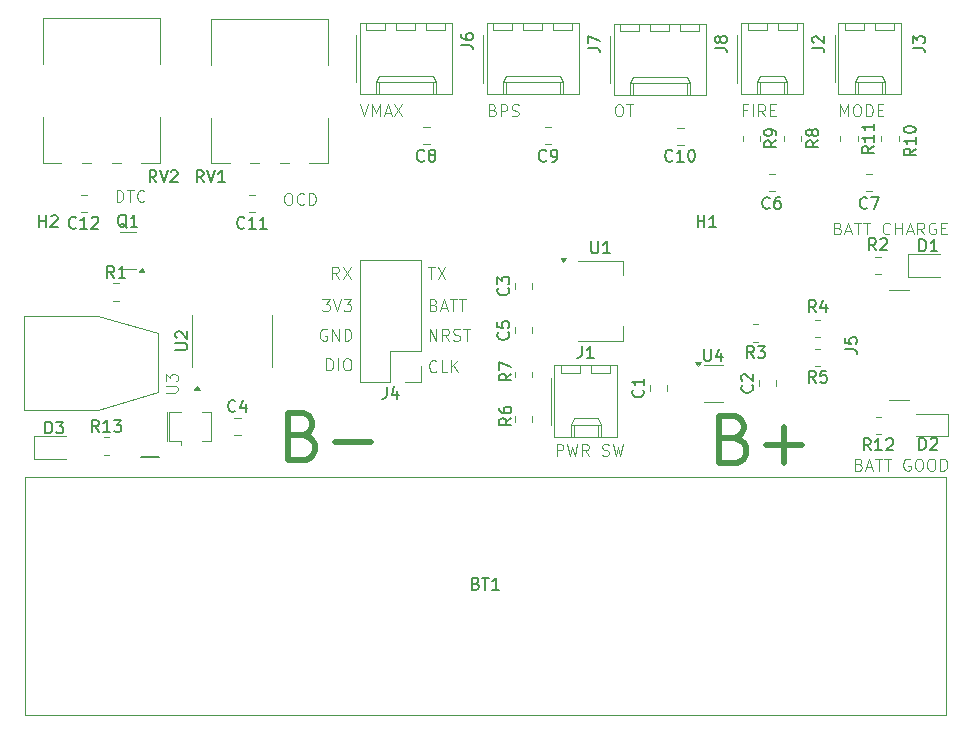
<source format=gbr>
%TF.GenerationSoftware,KiCad,Pcbnew,9.0.0*%
%TF.CreationDate,2025-03-25T21:18:25-04:00*%
%TF.ProjectId,interrupter,696e7465-7272-4757-9074-65722e6b6963,rev?*%
%TF.SameCoordinates,Original*%
%TF.FileFunction,Legend,Top*%
%TF.FilePolarity,Positive*%
%FSLAX46Y46*%
G04 Gerber Fmt 4.6, Leading zero omitted, Abs format (unit mm)*
G04 Created by KiCad (PCBNEW 9.0.0) date 2025-03-25 21:18:25*
%MOMM*%
%LPD*%
G01*
G04 APERTURE LIST*
%ADD10C,0.100000*%
%ADD11C,0.500000*%
%ADD12C,0.200000*%
%ADD13C,0.150000*%
%ADD14C,0.120000*%
G04 APERTURE END LIST*
D10*
X216911027Y-85622419D02*
X217244360Y-86622419D01*
X217244360Y-86622419D02*
X217577693Y-85622419D01*
X217911027Y-86622419D02*
X217911027Y-85622419D01*
X217911027Y-85622419D02*
X218244360Y-86336704D01*
X218244360Y-86336704D02*
X218577693Y-85622419D01*
X218577693Y-85622419D02*
X218577693Y-86622419D01*
X219006265Y-86336704D02*
X219482455Y-86336704D01*
X218911027Y-86622419D02*
X219244360Y-85622419D01*
X219244360Y-85622419D02*
X219577693Y-86622419D01*
X219815789Y-85622419D02*
X220482455Y-86622419D01*
X220482455Y-85622419D02*
X219815789Y-86622419D01*
X214077693Y-104670038D02*
X213982455Y-104622419D01*
X213982455Y-104622419D02*
X213839598Y-104622419D01*
X213839598Y-104622419D02*
X213696741Y-104670038D01*
X213696741Y-104670038D02*
X213601503Y-104765276D01*
X213601503Y-104765276D02*
X213553884Y-104860514D01*
X213553884Y-104860514D02*
X213506265Y-105050990D01*
X213506265Y-105050990D02*
X213506265Y-105193847D01*
X213506265Y-105193847D02*
X213553884Y-105384323D01*
X213553884Y-105384323D02*
X213601503Y-105479561D01*
X213601503Y-105479561D02*
X213696741Y-105574800D01*
X213696741Y-105574800D02*
X213839598Y-105622419D01*
X213839598Y-105622419D02*
X213934836Y-105622419D01*
X213934836Y-105622419D02*
X214077693Y-105574800D01*
X214077693Y-105574800D02*
X214125312Y-105527180D01*
X214125312Y-105527180D02*
X214125312Y-105193847D01*
X214125312Y-105193847D02*
X213934836Y-105193847D01*
X214553884Y-105622419D02*
X214553884Y-104622419D01*
X214553884Y-104622419D02*
X215125312Y-105622419D01*
X215125312Y-105622419D02*
X215125312Y-104622419D01*
X215601503Y-105622419D02*
X215601503Y-104622419D01*
X215601503Y-104622419D02*
X215839598Y-104622419D01*
X215839598Y-104622419D02*
X215982455Y-104670038D01*
X215982455Y-104670038D02*
X216077693Y-104765276D01*
X216077693Y-104765276D02*
X216125312Y-104860514D01*
X216125312Y-104860514D02*
X216172931Y-105050990D01*
X216172931Y-105050990D02*
X216172931Y-105193847D01*
X216172931Y-105193847D02*
X216125312Y-105384323D01*
X216125312Y-105384323D02*
X216077693Y-105479561D01*
X216077693Y-105479561D02*
X215982455Y-105574800D01*
X215982455Y-105574800D02*
X215839598Y-105622419D01*
X215839598Y-105622419D02*
X215601503Y-105622419D01*
D11*
X248614661Y-113889238D02*
X249186089Y-114079714D01*
X249186089Y-114079714D02*
X249376566Y-114270190D01*
X249376566Y-114270190D02*
X249567042Y-114651142D01*
X249567042Y-114651142D02*
X249567042Y-115222571D01*
X249567042Y-115222571D02*
X249376566Y-115603523D01*
X249376566Y-115603523D02*
X249186089Y-115794000D01*
X249186089Y-115794000D02*
X248805137Y-115984476D01*
X248805137Y-115984476D02*
X247281327Y-115984476D01*
X247281327Y-115984476D02*
X247281327Y-111984476D01*
X247281327Y-111984476D02*
X248614661Y-111984476D01*
X248614661Y-111984476D02*
X248995613Y-112174952D01*
X248995613Y-112174952D02*
X249186089Y-112365428D01*
X249186089Y-112365428D02*
X249376566Y-112746380D01*
X249376566Y-112746380D02*
X249376566Y-113127333D01*
X249376566Y-113127333D02*
X249186089Y-113508285D01*
X249186089Y-113508285D02*
X248995613Y-113698761D01*
X248995613Y-113698761D02*
X248614661Y-113889238D01*
X248614661Y-113889238D02*
X247281327Y-113889238D01*
X251281327Y-114460666D02*
X254328947Y-114460666D01*
X252805137Y-115984476D02*
X252805137Y-112936857D01*
D10*
X222661027Y-99372419D02*
X223232455Y-99372419D01*
X222946741Y-100372419D02*
X222946741Y-99372419D01*
X223470551Y-99372419D02*
X224137217Y-100372419D01*
X224137217Y-99372419D02*
X223470551Y-100372419D01*
X223375312Y-108192180D02*
X223327693Y-108239800D01*
X223327693Y-108239800D02*
X223184836Y-108287419D01*
X223184836Y-108287419D02*
X223089598Y-108287419D01*
X223089598Y-108287419D02*
X222946741Y-108239800D01*
X222946741Y-108239800D02*
X222851503Y-108144561D01*
X222851503Y-108144561D02*
X222803884Y-108049323D01*
X222803884Y-108049323D02*
X222756265Y-107858847D01*
X222756265Y-107858847D02*
X222756265Y-107715990D01*
X222756265Y-107715990D02*
X222803884Y-107525514D01*
X222803884Y-107525514D02*
X222851503Y-107430276D01*
X222851503Y-107430276D02*
X222946741Y-107335038D01*
X222946741Y-107335038D02*
X223089598Y-107287419D01*
X223089598Y-107287419D02*
X223184836Y-107287419D01*
X223184836Y-107287419D02*
X223327693Y-107335038D01*
X223327693Y-107335038D02*
X223375312Y-107382657D01*
X224280074Y-108287419D02*
X223803884Y-108287419D01*
X223803884Y-108287419D02*
X223803884Y-107287419D01*
X224613408Y-108287419D02*
X224613408Y-107287419D01*
X225184836Y-108287419D02*
X224756265Y-107715990D01*
X225184836Y-107287419D02*
X224613408Y-107858847D01*
X228137217Y-86098609D02*
X228280074Y-86146228D01*
X228280074Y-86146228D02*
X228327693Y-86193847D01*
X228327693Y-86193847D02*
X228375312Y-86289085D01*
X228375312Y-86289085D02*
X228375312Y-86431942D01*
X228375312Y-86431942D02*
X228327693Y-86527180D01*
X228327693Y-86527180D02*
X228280074Y-86574800D01*
X228280074Y-86574800D02*
X228184836Y-86622419D01*
X228184836Y-86622419D02*
X227803884Y-86622419D01*
X227803884Y-86622419D02*
X227803884Y-85622419D01*
X227803884Y-85622419D02*
X228137217Y-85622419D01*
X228137217Y-85622419D02*
X228232455Y-85670038D01*
X228232455Y-85670038D02*
X228280074Y-85717657D01*
X228280074Y-85717657D02*
X228327693Y-85812895D01*
X228327693Y-85812895D02*
X228327693Y-85908133D01*
X228327693Y-85908133D02*
X228280074Y-86003371D01*
X228280074Y-86003371D02*
X228232455Y-86050990D01*
X228232455Y-86050990D02*
X228137217Y-86098609D01*
X228137217Y-86098609D02*
X227803884Y-86098609D01*
X228803884Y-86622419D02*
X228803884Y-85622419D01*
X228803884Y-85622419D02*
X229184836Y-85622419D01*
X229184836Y-85622419D02*
X229280074Y-85670038D01*
X229280074Y-85670038D02*
X229327693Y-85717657D01*
X229327693Y-85717657D02*
X229375312Y-85812895D01*
X229375312Y-85812895D02*
X229375312Y-85955752D01*
X229375312Y-85955752D02*
X229327693Y-86050990D01*
X229327693Y-86050990D02*
X229280074Y-86098609D01*
X229280074Y-86098609D02*
X229184836Y-86146228D01*
X229184836Y-86146228D02*
X228803884Y-86146228D01*
X229756265Y-86574800D02*
X229899122Y-86622419D01*
X229899122Y-86622419D02*
X230137217Y-86622419D01*
X230137217Y-86622419D02*
X230232455Y-86574800D01*
X230232455Y-86574800D02*
X230280074Y-86527180D01*
X230280074Y-86527180D02*
X230327693Y-86431942D01*
X230327693Y-86431942D02*
X230327693Y-86336704D01*
X230327693Y-86336704D02*
X230280074Y-86241466D01*
X230280074Y-86241466D02*
X230232455Y-86193847D01*
X230232455Y-86193847D02*
X230137217Y-86146228D01*
X230137217Y-86146228D02*
X229946741Y-86098609D01*
X229946741Y-86098609D02*
X229851503Y-86050990D01*
X229851503Y-86050990D02*
X229803884Y-86003371D01*
X229803884Y-86003371D02*
X229756265Y-85908133D01*
X229756265Y-85908133D02*
X229756265Y-85812895D01*
X229756265Y-85812895D02*
X229803884Y-85717657D01*
X229803884Y-85717657D02*
X229851503Y-85670038D01*
X229851503Y-85670038D02*
X229946741Y-85622419D01*
X229946741Y-85622419D02*
X230184836Y-85622419D01*
X230184836Y-85622419D02*
X230327693Y-85670038D01*
D12*
X198357768Y-115482933D02*
X199881578Y-115482933D01*
D10*
X214053884Y-108122419D02*
X214053884Y-107122419D01*
X214053884Y-107122419D02*
X214291979Y-107122419D01*
X214291979Y-107122419D02*
X214434836Y-107170038D01*
X214434836Y-107170038D02*
X214530074Y-107265276D01*
X214530074Y-107265276D02*
X214577693Y-107360514D01*
X214577693Y-107360514D02*
X214625312Y-107550990D01*
X214625312Y-107550990D02*
X214625312Y-107693847D01*
X214625312Y-107693847D02*
X214577693Y-107884323D01*
X214577693Y-107884323D02*
X214530074Y-107979561D01*
X214530074Y-107979561D02*
X214434836Y-108074800D01*
X214434836Y-108074800D02*
X214291979Y-108122419D01*
X214291979Y-108122419D02*
X214053884Y-108122419D01*
X215053884Y-108122419D02*
X215053884Y-107122419D01*
X215720550Y-107122419D02*
X215911026Y-107122419D01*
X215911026Y-107122419D02*
X216006264Y-107170038D01*
X216006264Y-107170038D02*
X216101502Y-107265276D01*
X216101502Y-107265276D02*
X216149121Y-107455752D01*
X216149121Y-107455752D02*
X216149121Y-107789085D01*
X216149121Y-107789085D02*
X216101502Y-107979561D01*
X216101502Y-107979561D02*
X216006264Y-108074800D01*
X216006264Y-108074800D02*
X215911026Y-108122419D01*
X215911026Y-108122419D02*
X215720550Y-108122419D01*
X215720550Y-108122419D02*
X215625312Y-108074800D01*
X215625312Y-108074800D02*
X215530074Y-107979561D01*
X215530074Y-107979561D02*
X215482455Y-107789085D01*
X215482455Y-107789085D02*
X215482455Y-107455752D01*
X215482455Y-107455752D02*
X215530074Y-107265276D01*
X215530074Y-107265276D02*
X215625312Y-107170038D01*
X215625312Y-107170038D02*
X215720550Y-107122419D01*
X238744360Y-85622419D02*
X238934836Y-85622419D01*
X238934836Y-85622419D02*
X239030074Y-85670038D01*
X239030074Y-85670038D02*
X239125312Y-85765276D01*
X239125312Y-85765276D02*
X239172931Y-85955752D01*
X239172931Y-85955752D02*
X239172931Y-86289085D01*
X239172931Y-86289085D02*
X239125312Y-86479561D01*
X239125312Y-86479561D02*
X239030074Y-86574800D01*
X239030074Y-86574800D02*
X238934836Y-86622419D01*
X238934836Y-86622419D02*
X238744360Y-86622419D01*
X238744360Y-86622419D02*
X238649122Y-86574800D01*
X238649122Y-86574800D02*
X238553884Y-86479561D01*
X238553884Y-86479561D02*
X238506265Y-86289085D01*
X238506265Y-86289085D02*
X238506265Y-85955752D01*
X238506265Y-85955752D02*
X238553884Y-85765276D01*
X238553884Y-85765276D02*
X238649122Y-85670038D01*
X238649122Y-85670038D02*
X238744360Y-85622419D01*
X239458646Y-85622419D02*
X240030074Y-85622419D01*
X239744360Y-86622419D02*
X239744360Y-85622419D01*
D11*
X212114661Y-113639238D02*
X212686089Y-113829714D01*
X212686089Y-113829714D02*
X212876566Y-114020190D01*
X212876566Y-114020190D02*
X213067042Y-114401142D01*
X213067042Y-114401142D02*
X213067042Y-114972571D01*
X213067042Y-114972571D02*
X212876566Y-115353523D01*
X212876566Y-115353523D02*
X212686089Y-115544000D01*
X212686089Y-115544000D02*
X212305137Y-115734476D01*
X212305137Y-115734476D02*
X210781327Y-115734476D01*
X210781327Y-115734476D02*
X210781327Y-111734476D01*
X210781327Y-111734476D02*
X212114661Y-111734476D01*
X212114661Y-111734476D02*
X212495613Y-111924952D01*
X212495613Y-111924952D02*
X212686089Y-112115428D01*
X212686089Y-112115428D02*
X212876566Y-112496380D01*
X212876566Y-112496380D02*
X212876566Y-112877333D01*
X212876566Y-112877333D02*
X212686089Y-113258285D01*
X212686089Y-113258285D02*
X212495613Y-113448761D01*
X212495613Y-113448761D02*
X212114661Y-113639238D01*
X212114661Y-113639238D02*
X210781327Y-113639238D01*
X214781327Y-114210666D02*
X217828947Y-114210666D01*
D10*
X213708646Y-102122419D02*
X214327693Y-102122419D01*
X214327693Y-102122419D02*
X213994360Y-102503371D01*
X213994360Y-102503371D02*
X214137217Y-102503371D01*
X214137217Y-102503371D02*
X214232455Y-102550990D01*
X214232455Y-102550990D02*
X214280074Y-102598609D01*
X214280074Y-102598609D02*
X214327693Y-102693847D01*
X214327693Y-102693847D02*
X214327693Y-102931942D01*
X214327693Y-102931942D02*
X214280074Y-103027180D01*
X214280074Y-103027180D02*
X214232455Y-103074800D01*
X214232455Y-103074800D02*
X214137217Y-103122419D01*
X214137217Y-103122419D02*
X213851503Y-103122419D01*
X213851503Y-103122419D02*
X213756265Y-103074800D01*
X213756265Y-103074800D02*
X213708646Y-103027180D01*
X214613408Y-102122419D02*
X214946741Y-103122419D01*
X214946741Y-103122419D02*
X215280074Y-102122419D01*
X215518170Y-102122419D02*
X216137217Y-102122419D01*
X216137217Y-102122419D02*
X215803884Y-102503371D01*
X215803884Y-102503371D02*
X215946741Y-102503371D01*
X215946741Y-102503371D02*
X216041979Y-102550990D01*
X216041979Y-102550990D02*
X216089598Y-102598609D01*
X216089598Y-102598609D02*
X216137217Y-102693847D01*
X216137217Y-102693847D02*
X216137217Y-102931942D01*
X216137217Y-102931942D02*
X216089598Y-103027180D01*
X216089598Y-103027180D02*
X216041979Y-103074800D01*
X216041979Y-103074800D02*
X215946741Y-103122419D01*
X215946741Y-103122419D02*
X215661027Y-103122419D01*
X215661027Y-103122419D02*
X215565789Y-103074800D01*
X215565789Y-103074800D02*
X215518170Y-103027180D01*
X259137217Y-116098609D02*
X259280074Y-116146228D01*
X259280074Y-116146228D02*
X259327693Y-116193847D01*
X259327693Y-116193847D02*
X259375312Y-116289085D01*
X259375312Y-116289085D02*
X259375312Y-116431942D01*
X259375312Y-116431942D02*
X259327693Y-116527180D01*
X259327693Y-116527180D02*
X259280074Y-116574800D01*
X259280074Y-116574800D02*
X259184836Y-116622419D01*
X259184836Y-116622419D02*
X258803884Y-116622419D01*
X258803884Y-116622419D02*
X258803884Y-115622419D01*
X258803884Y-115622419D02*
X259137217Y-115622419D01*
X259137217Y-115622419D02*
X259232455Y-115670038D01*
X259232455Y-115670038D02*
X259280074Y-115717657D01*
X259280074Y-115717657D02*
X259327693Y-115812895D01*
X259327693Y-115812895D02*
X259327693Y-115908133D01*
X259327693Y-115908133D02*
X259280074Y-116003371D01*
X259280074Y-116003371D02*
X259232455Y-116050990D01*
X259232455Y-116050990D02*
X259137217Y-116098609D01*
X259137217Y-116098609D02*
X258803884Y-116098609D01*
X259756265Y-116336704D02*
X260232455Y-116336704D01*
X259661027Y-116622419D02*
X259994360Y-115622419D01*
X259994360Y-115622419D02*
X260327693Y-116622419D01*
X260518170Y-115622419D02*
X261089598Y-115622419D01*
X260803884Y-116622419D02*
X260803884Y-115622419D01*
X261280075Y-115622419D02*
X261851503Y-115622419D01*
X261565789Y-116622419D02*
X261565789Y-115622419D01*
X263470551Y-115670038D02*
X263375313Y-115622419D01*
X263375313Y-115622419D02*
X263232456Y-115622419D01*
X263232456Y-115622419D02*
X263089599Y-115670038D01*
X263089599Y-115670038D02*
X262994361Y-115765276D01*
X262994361Y-115765276D02*
X262946742Y-115860514D01*
X262946742Y-115860514D02*
X262899123Y-116050990D01*
X262899123Y-116050990D02*
X262899123Y-116193847D01*
X262899123Y-116193847D02*
X262946742Y-116384323D01*
X262946742Y-116384323D02*
X262994361Y-116479561D01*
X262994361Y-116479561D02*
X263089599Y-116574800D01*
X263089599Y-116574800D02*
X263232456Y-116622419D01*
X263232456Y-116622419D02*
X263327694Y-116622419D01*
X263327694Y-116622419D02*
X263470551Y-116574800D01*
X263470551Y-116574800D02*
X263518170Y-116527180D01*
X263518170Y-116527180D02*
X263518170Y-116193847D01*
X263518170Y-116193847D02*
X263327694Y-116193847D01*
X264137218Y-115622419D02*
X264327694Y-115622419D01*
X264327694Y-115622419D02*
X264422932Y-115670038D01*
X264422932Y-115670038D02*
X264518170Y-115765276D01*
X264518170Y-115765276D02*
X264565789Y-115955752D01*
X264565789Y-115955752D02*
X264565789Y-116289085D01*
X264565789Y-116289085D02*
X264518170Y-116479561D01*
X264518170Y-116479561D02*
X264422932Y-116574800D01*
X264422932Y-116574800D02*
X264327694Y-116622419D01*
X264327694Y-116622419D02*
X264137218Y-116622419D01*
X264137218Y-116622419D02*
X264041980Y-116574800D01*
X264041980Y-116574800D02*
X263946742Y-116479561D01*
X263946742Y-116479561D02*
X263899123Y-116289085D01*
X263899123Y-116289085D02*
X263899123Y-115955752D01*
X263899123Y-115955752D02*
X263946742Y-115765276D01*
X263946742Y-115765276D02*
X264041980Y-115670038D01*
X264041980Y-115670038D02*
X264137218Y-115622419D01*
X265184837Y-115622419D02*
X265375313Y-115622419D01*
X265375313Y-115622419D02*
X265470551Y-115670038D01*
X265470551Y-115670038D02*
X265565789Y-115765276D01*
X265565789Y-115765276D02*
X265613408Y-115955752D01*
X265613408Y-115955752D02*
X265613408Y-116289085D01*
X265613408Y-116289085D02*
X265565789Y-116479561D01*
X265565789Y-116479561D02*
X265470551Y-116574800D01*
X265470551Y-116574800D02*
X265375313Y-116622419D01*
X265375313Y-116622419D02*
X265184837Y-116622419D01*
X265184837Y-116622419D02*
X265089599Y-116574800D01*
X265089599Y-116574800D02*
X264994361Y-116479561D01*
X264994361Y-116479561D02*
X264946742Y-116289085D01*
X264946742Y-116289085D02*
X264946742Y-115955752D01*
X264946742Y-115955752D02*
X264994361Y-115765276D01*
X264994361Y-115765276D02*
X265089599Y-115670038D01*
X265089599Y-115670038D02*
X265184837Y-115622419D01*
X266041980Y-116622419D02*
X266041980Y-115622419D01*
X266041980Y-115622419D02*
X266280075Y-115622419D01*
X266280075Y-115622419D02*
X266422932Y-115670038D01*
X266422932Y-115670038D02*
X266518170Y-115765276D01*
X266518170Y-115765276D02*
X266565789Y-115860514D01*
X266565789Y-115860514D02*
X266613408Y-116050990D01*
X266613408Y-116050990D02*
X266613408Y-116193847D01*
X266613408Y-116193847D02*
X266565789Y-116384323D01*
X266565789Y-116384323D02*
X266518170Y-116479561D01*
X266518170Y-116479561D02*
X266422932Y-116574800D01*
X266422932Y-116574800D02*
X266280075Y-116622419D01*
X266280075Y-116622419D02*
X266041980Y-116622419D01*
X222803884Y-105622419D02*
X222803884Y-104622419D01*
X222803884Y-104622419D02*
X223375312Y-105622419D01*
X223375312Y-105622419D02*
X223375312Y-104622419D01*
X224422931Y-105622419D02*
X224089598Y-105146228D01*
X223851503Y-105622419D02*
X223851503Y-104622419D01*
X223851503Y-104622419D02*
X224232455Y-104622419D01*
X224232455Y-104622419D02*
X224327693Y-104670038D01*
X224327693Y-104670038D02*
X224375312Y-104717657D01*
X224375312Y-104717657D02*
X224422931Y-104812895D01*
X224422931Y-104812895D02*
X224422931Y-104955752D01*
X224422931Y-104955752D02*
X224375312Y-105050990D01*
X224375312Y-105050990D02*
X224327693Y-105098609D01*
X224327693Y-105098609D02*
X224232455Y-105146228D01*
X224232455Y-105146228D02*
X223851503Y-105146228D01*
X224803884Y-105574800D02*
X224946741Y-105622419D01*
X224946741Y-105622419D02*
X225184836Y-105622419D01*
X225184836Y-105622419D02*
X225280074Y-105574800D01*
X225280074Y-105574800D02*
X225327693Y-105527180D01*
X225327693Y-105527180D02*
X225375312Y-105431942D01*
X225375312Y-105431942D02*
X225375312Y-105336704D01*
X225375312Y-105336704D02*
X225327693Y-105241466D01*
X225327693Y-105241466D02*
X225280074Y-105193847D01*
X225280074Y-105193847D02*
X225184836Y-105146228D01*
X225184836Y-105146228D02*
X224994360Y-105098609D01*
X224994360Y-105098609D02*
X224899122Y-105050990D01*
X224899122Y-105050990D02*
X224851503Y-105003371D01*
X224851503Y-105003371D02*
X224803884Y-104908133D01*
X224803884Y-104908133D02*
X224803884Y-104812895D01*
X224803884Y-104812895D02*
X224851503Y-104717657D01*
X224851503Y-104717657D02*
X224899122Y-104670038D01*
X224899122Y-104670038D02*
X224994360Y-104622419D01*
X224994360Y-104622419D02*
X225232455Y-104622419D01*
X225232455Y-104622419D02*
X225375312Y-104670038D01*
X225661027Y-104622419D02*
X226232455Y-104622419D01*
X225946741Y-105622419D02*
X225946741Y-104622419D01*
X257387217Y-96098609D02*
X257530074Y-96146228D01*
X257530074Y-96146228D02*
X257577693Y-96193847D01*
X257577693Y-96193847D02*
X257625312Y-96289085D01*
X257625312Y-96289085D02*
X257625312Y-96431942D01*
X257625312Y-96431942D02*
X257577693Y-96527180D01*
X257577693Y-96527180D02*
X257530074Y-96574800D01*
X257530074Y-96574800D02*
X257434836Y-96622419D01*
X257434836Y-96622419D02*
X257053884Y-96622419D01*
X257053884Y-96622419D02*
X257053884Y-95622419D01*
X257053884Y-95622419D02*
X257387217Y-95622419D01*
X257387217Y-95622419D02*
X257482455Y-95670038D01*
X257482455Y-95670038D02*
X257530074Y-95717657D01*
X257530074Y-95717657D02*
X257577693Y-95812895D01*
X257577693Y-95812895D02*
X257577693Y-95908133D01*
X257577693Y-95908133D02*
X257530074Y-96003371D01*
X257530074Y-96003371D02*
X257482455Y-96050990D01*
X257482455Y-96050990D02*
X257387217Y-96098609D01*
X257387217Y-96098609D02*
X257053884Y-96098609D01*
X258006265Y-96336704D02*
X258482455Y-96336704D01*
X257911027Y-96622419D02*
X258244360Y-95622419D01*
X258244360Y-95622419D02*
X258577693Y-96622419D01*
X258768170Y-95622419D02*
X259339598Y-95622419D01*
X259053884Y-96622419D02*
X259053884Y-95622419D01*
X259530075Y-95622419D02*
X260101503Y-95622419D01*
X259815789Y-96622419D02*
X259815789Y-95622419D01*
X261768170Y-96527180D02*
X261720551Y-96574800D01*
X261720551Y-96574800D02*
X261577694Y-96622419D01*
X261577694Y-96622419D02*
X261482456Y-96622419D01*
X261482456Y-96622419D02*
X261339599Y-96574800D01*
X261339599Y-96574800D02*
X261244361Y-96479561D01*
X261244361Y-96479561D02*
X261196742Y-96384323D01*
X261196742Y-96384323D02*
X261149123Y-96193847D01*
X261149123Y-96193847D02*
X261149123Y-96050990D01*
X261149123Y-96050990D02*
X261196742Y-95860514D01*
X261196742Y-95860514D02*
X261244361Y-95765276D01*
X261244361Y-95765276D02*
X261339599Y-95670038D01*
X261339599Y-95670038D02*
X261482456Y-95622419D01*
X261482456Y-95622419D02*
X261577694Y-95622419D01*
X261577694Y-95622419D02*
X261720551Y-95670038D01*
X261720551Y-95670038D02*
X261768170Y-95717657D01*
X262196742Y-96622419D02*
X262196742Y-95622419D01*
X262196742Y-96098609D02*
X262768170Y-96098609D01*
X262768170Y-96622419D02*
X262768170Y-95622419D01*
X263196742Y-96336704D02*
X263672932Y-96336704D01*
X263101504Y-96622419D02*
X263434837Y-95622419D01*
X263434837Y-95622419D02*
X263768170Y-96622419D01*
X264672932Y-96622419D02*
X264339599Y-96146228D01*
X264101504Y-96622419D02*
X264101504Y-95622419D01*
X264101504Y-95622419D02*
X264482456Y-95622419D01*
X264482456Y-95622419D02*
X264577694Y-95670038D01*
X264577694Y-95670038D02*
X264625313Y-95717657D01*
X264625313Y-95717657D02*
X264672932Y-95812895D01*
X264672932Y-95812895D02*
X264672932Y-95955752D01*
X264672932Y-95955752D02*
X264625313Y-96050990D01*
X264625313Y-96050990D02*
X264577694Y-96098609D01*
X264577694Y-96098609D02*
X264482456Y-96146228D01*
X264482456Y-96146228D02*
X264101504Y-96146228D01*
X265625313Y-95670038D02*
X265530075Y-95622419D01*
X265530075Y-95622419D02*
X265387218Y-95622419D01*
X265387218Y-95622419D02*
X265244361Y-95670038D01*
X265244361Y-95670038D02*
X265149123Y-95765276D01*
X265149123Y-95765276D02*
X265101504Y-95860514D01*
X265101504Y-95860514D02*
X265053885Y-96050990D01*
X265053885Y-96050990D02*
X265053885Y-96193847D01*
X265053885Y-96193847D02*
X265101504Y-96384323D01*
X265101504Y-96384323D02*
X265149123Y-96479561D01*
X265149123Y-96479561D02*
X265244361Y-96574800D01*
X265244361Y-96574800D02*
X265387218Y-96622419D01*
X265387218Y-96622419D02*
X265482456Y-96622419D01*
X265482456Y-96622419D02*
X265625313Y-96574800D01*
X265625313Y-96574800D02*
X265672932Y-96527180D01*
X265672932Y-96527180D02*
X265672932Y-96193847D01*
X265672932Y-96193847D02*
X265482456Y-96193847D01*
X266101504Y-96098609D02*
X266434837Y-96098609D01*
X266577694Y-96622419D02*
X266101504Y-96622419D01*
X266101504Y-96622419D02*
X266101504Y-95622419D01*
X266101504Y-95622419D02*
X266577694Y-95622419D01*
X210744360Y-93122419D02*
X210934836Y-93122419D01*
X210934836Y-93122419D02*
X211030074Y-93170038D01*
X211030074Y-93170038D02*
X211125312Y-93265276D01*
X211125312Y-93265276D02*
X211172931Y-93455752D01*
X211172931Y-93455752D02*
X211172931Y-93789085D01*
X211172931Y-93789085D02*
X211125312Y-93979561D01*
X211125312Y-93979561D02*
X211030074Y-94074800D01*
X211030074Y-94074800D02*
X210934836Y-94122419D01*
X210934836Y-94122419D02*
X210744360Y-94122419D01*
X210744360Y-94122419D02*
X210649122Y-94074800D01*
X210649122Y-94074800D02*
X210553884Y-93979561D01*
X210553884Y-93979561D02*
X210506265Y-93789085D01*
X210506265Y-93789085D02*
X210506265Y-93455752D01*
X210506265Y-93455752D02*
X210553884Y-93265276D01*
X210553884Y-93265276D02*
X210649122Y-93170038D01*
X210649122Y-93170038D02*
X210744360Y-93122419D01*
X212172931Y-94027180D02*
X212125312Y-94074800D01*
X212125312Y-94074800D02*
X211982455Y-94122419D01*
X211982455Y-94122419D02*
X211887217Y-94122419D01*
X211887217Y-94122419D02*
X211744360Y-94074800D01*
X211744360Y-94074800D02*
X211649122Y-93979561D01*
X211649122Y-93979561D02*
X211601503Y-93884323D01*
X211601503Y-93884323D02*
X211553884Y-93693847D01*
X211553884Y-93693847D02*
X211553884Y-93550990D01*
X211553884Y-93550990D02*
X211601503Y-93360514D01*
X211601503Y-93360514D02*
X211649122Y-93265276D01*
X211649122Y-93265276D02*
X211744360Y-93170038D01*
X211744360Y-93170038D02*
X211887217Y-93122419D01*
X211887217Y-93122419D02*
X211982455Y-93122419D01*
X211982455Y-93122419D02*
X212125312Y-93170038D01*
X212125312Y-93170038D02*
X212172931Y-93217657D01*
X212601503Y-94122419D02*
X212601503Y-93122419D01*
X212601503Y-93122419D02*
X212839598Y-93122419D01*
X212839598Y-93122419D02*
X212982455Y-93170038D01*
X212982455Y-93170038D02*
X213077693Y-93265276D01*
X213077693Y-93265276D02*
X213125312Y-93360514D01*
X213125312Y-93360514D02*
X213172931Y-93550990D01*
X213172931Y-93550990D02*
X213172931Y-93693847D01*
X213172931Y-93693847D02*
X213125312Y-93884323D01*
X213125312Y-93884323D02*
X213077693Y-93979561D01*
X213077693Y-93979561D02*
X212982455Y-94074800D01*
X212982455Y-94074800D02*
X212839598Y-94122419D01*
X212839598Y-94122419D02*
X212601503Y-94122419D01*
X233553884Y-115372419D02*
X233553884Y-114372419D01*
X233553884Y-114372419D02*
X233934836Y-114372419D01*
X233934836Y-114372419D02*
X234030074Y-114420038D01*
X234030074Y-114420038D02*
X234077693Y-114467657D01*
X234077693Y-114467657D02*
X234125312Y-114562895D01*
X234125312Y-114562895D02*
X234125312Y-114705752D01*
X234125312Y-114705752D02*
X234077693Y-114800990D01*
X234077693Y-114800990D02*
X234030074Y-114848609D01*
X234030074Y-114848609D02*
X233934836Y-114896228D01*
X233934836Y-114896228D02*
X233553884Y-114896228D01*
X234458646Y-114372419D02*
X234696741Y-115372419D01*
X234696741Y-115372419D02*
X234887217Y-114658133D01*
X234887217Y-114658133D02*
X235077693Y-115372419D01*
X235077693Y-115372419D02*
X235315789Y-114372419D01*
X236268169Y-115372419D02*
X235934836Y-114896228D01*
X235696741Y-115372419D02*
X235696741Y-114372419D01*
X235696741Y-114372419D02*
X236077693Y-114372419D01*
X236077693Y-114372419D02*
X236172931Y-114420038D01*
X236172931Y-114420038D02*
X236220550Y-114467657D01*
X236220550Y-114467657D02*
X236268169Y-114562895D01*
X236268169Y-114562895D02*
X236268169Y-114705752D01*
X236268169Y-114705752D02*
X236220550Y-114800990D01*
X236220550Y-114800990D02*
X236172931Y-114848609D01*
X236172931Y-114848609D02*
X236077693Y-114896228D01*
X236077693Y-114896228D02*
X235696741Y-114896228D01*
X237411027Y-115324800D02*
X237553884Y-115372419D01*
X237553884Y-115372419D02*
X237791979Y-115372419D01*
X237791979Y-115372419D02*
X237887217Y-115324800D01*
X237887217Y-115324800D02*
X237934836Y-115277180D01*
X237934836Y-115277180D02*
X237982455Y-115181942D01*
X237982455Y-115181942D02*
X237982455Y-115086704D01*
X237982455Y-115086704D02*
X237934836Y-114991466D01*
X237934836Y-114991466D02*
X237887217Y-114943847D01*
X237887217Y-114943847D02*
X237791979Y-114896228D01*
X237791979Y-114896228D02*
X237601503Y-114848609D01*
X237601503Y-114848609D02*
X237506265Y-114800990D01*
X237506265Y-114800990D02*
X237458646Y-114753371D01*
X237458646Y-114753371D02*
X237411027Y-114658133D01*
X237411027Y-114658133D02*
X237411027Y-114562895D01*
X237411027Y-114562895D02*
X237458646Y-114467657D01*
X237458646Y-114467657D02*
X237506265Y-114420038D01*
X237506265Y-114420038D02*
X237601503Y-114372419D01*
X237601503Y-114372419D02*
X237839598Y-114372419D01*
X237839598Y-114372419D02*
X237982455Y-114420038D01*
X238315789Y-114372419D02*
X238553884Y-115372419D01*
X238553884Y-115372419D02*
X238744360Y-114658133D01*
X238744360Y-114658133D02*
X238934836Y-115372419D01*
X238934836Y-115372419D02*
X239172932Y-114372419D01*
X215125312Y-100372419D02*
X214791979Y-99896228D01*
X214553884Y-100372419D02*
X214553884Y-99372419D01*
X214553884Y-99372419D02*
X214934836Y-99372419D01*
X214934836Y-99372419D02*
X215030074Y-99420038D01*
X215030074Y-99420038D02*
X215077693Y-99467657D01*
X215077693Y-99467657D02*
X215125312Y-99562895D01*
X215125312Y-99562895D02*
X215125312Y-99705752D01*
X215125312Y-99705752D02*
X215077693Y-99800990D01*
X215077693Y-99800990D02*
X215030074Y-99848609D01*
X215030074Y-99848609D02*
X214934836Y-99896228D01*
X214934836Y-99896228D02*
X214553884Y-99896228D01*
X215458646Y-99372419D02*
X216125312Y-100372419D01*
X216125312Y-99372419D02*
X215458646Y-100372419D01*
X223137217Y-102598609D02*
X223280074Y-102646228D01*
X223280074Y-102646228D02*
X223327693Y-102693847D01*
X223327693Y-102693847D02*
X223375312Y-102789085D01*
X223375312Y-102789085D02*
X223375312Y-102931942D01*
X223375312Y-102931942D02*
X223327693Y-103027180D01*
X223327693Y-103027180D02*
X223280074Y-103074800D01*
X223280074Y-103074800D02*
X223184836Y-103122419D01*
X223184836Y-103122419D02*
X222803884Y-103122419D01*
X222803884Y-103122419D02*
X222803884Y-102122419D01*
X222803884Y-102122419D02*
X223137217Y-102122419D01*
X223137217Y-102122419D02*
X223232455Y-102170038D01*
X223232455Y-102170038D02*
X223280074Y-102217657D01*
X223280074Y-102217657D02*
X223327693Y-102312895D01*
X223327693Y-102312895D02*
X223327693Y-102408133D01*
X223327693Y-102408133D02*
X223280074Y-102503371D01*
X223280074Y-102503371D02*
X223232455Y-102550990D01*
X223232455Y-102550990D02*
X223137217Y-102598609D01*
X223137217Y-102598609D02*
X222803884Y-102598609D01*
X223756265Y-102836704D02*
X224232455Y-102836704D01*
X223661027Y-103122419D02*
X223994360Y-102122419D01*
X223994360Y-102122419D02*
X224327693Y-103122419D01*
X224518170Y-102122419D02*
X225089598Y-102122419D01*
X224803884Y-103122419D02*
X224803884Y-102122419D01*
X225280075Y-102122419D02*
X225851503Y-102122419D01*
X225565789Y-103122419D02*
X225565789Y-102122419D01*
X249637217Y-86098609D02*
X249303884Y-86098609D01*
X249303884Y-86622419D02*
X249303884Y-85622419D01*
X249303884Y-85622419D02*
X249780074Y-85622419D01*
X250161027Y-86622419D02*
X250161027Y-85622419D01*
X251208645Y-86622419D02*
X250875312Y-86146228D01*
X250637217Y-86622419D02*
X250637217Y-85622419D01*
X250637217Y-85622419D02*
X251018169Y-85622419D01*
X251018169Y-85622419D02*
X251113407Y-85670038D01*
X251113407Y-85670038D02*
X251161026Y-85717657D01*
X251161026Y-85717657D02*
X251208645Y-85812895D01*
X251208645Y-85812895D02*
X251208645Y-85955752D01*
X251208645Y-85955752D02*
X251161026Y-86050990D01*
X251161026Y-86050990D02*
X251113407Y-86098609D01*
X251113407Y-86098609D02*
X251018169Y-86146228D01*
X251018169Y-86146228D02*
X250637217Y-86146228D01*
X251637217Y-86098609D02*
X251970550Y-86098609D01*
X252113407Y-86622419D02*
X251637217Y-86622419D01*
X251637217Y-86622419D02*
X251637217Y-85622419D01*
X251637217Y-85622419D02*
X252113407Y-85622419D01*
X257553884Y-86622419D02*
X257553884Y-85622419D01*
X257553884Y-85622419D02*
X257887217Y-86336704D01*
X257887217Y-86336704D02*
X258220550Y-85622419D01*
X258220550Y-85622419D02*
X258220550Y-86622419D01*
X258887217Y-85622419D02*
X259077693Y-85622419D01*
X259077693Y-85622419D02*
X259172931Y-85670038D01*
X259172931Y-85670038D02*
X259268169Y-85765276D01*
X259268169Y-85765276D02*
X259315788Y-85955752D01*
X259315788Y-85955752D02*
X259315788Y-86289085D01*
X259315788Y-86289085D02*
X259268169Y-86479561D01*
X259268169Y-86479561D02*
X259172931Y-86574800D01*
X259172931Y-86574800D02*
X259077693Y-86622419D01*
X259077693Y-86622419D02*
X258887217Y-86622419D01*
X258887217Y-86622419D02*
X258791979Y-86574800D01*
X258791979Y-86574800D02*
X258696741Y-86479561D01*
X258696741Y-86479561D02*
X258649122Y-86289085D01*
X258649122Y-86289085D02*
X258649122Y-85955752D01*
X258649122Y-85955752D02*
X258696741Y-85765276D01*
X258696741Y-85765276D02*
X258791979Y-85670038D01*
X258791979Y-85670038D02*
X258887217Y-85622419D01*
X259744360Y-86622419D02*
X259744360Y-85622419D01*
X259744360Y-85622419D02*
X259982455Y-85622419D01*
X259982455Y-85622419D02*
X260125312Y-85670038D01*
X260125312Y-85670038D02*
X260220550Y-85765276D01*
X260220550Y-85765276D02*
X260268169Y-85860514D01*
X260268169Y-85860514D02*
X260315788Y-86050990D01*
X260315788Y-86050990D02*
X260315788Y-86193847D01*
X260315788Y-86193847D02*
X260268169Y-86384323D01*
X260268169Y-86384323D02*
X260220550Y-86479561D01*
X260220550Y-86479561D02*
X260125312Y-86574800D01*
X260125312Y-86574800D02*
X259982455Y-86622419D01*
X259982455Y-86622419D02*
X259744360Y-86622419D01*
X260744360Y-86098609D02*
X261077693Y-86098609D01*
X261220550Y-86622419D02*
X260744360Y-86622419D01*
X260744360Y-86622419D02*
X260744360Y-85622419D01*
X260744360Y-85622419D02*
X261220550Y-85622419D01*
X196303884Y-93872419D02*
X196303884Y-92872419D01*
X196303884Y-92872419D02*
X196541979Y-92872419D01*
X196541979Y-92872419D02*
X196684836Y-92920038D01*
X196684836Y-92920038D02*
X196780074Y-93015276D01*
X196780074Y-93015276D02*
X196827693Y-93110514D01*
X196827693Y-93110514D02*
X196875312Y-93300990D01*
X196875312Y-93300990D02*
X196875312Y-93443847D01*
X196875312Y-93443847D02*
X196827693Y-93634323D01*
X196827693Y-93634323D02*
X196780074Y-93729561D01*
X196780074Y-93729561D02*
X196684836Y-93824800D01*
X196684836Y-93824800D02*
X196541979Y-93872419D01*
X196541979Y-93872419D02*
X196303884Y-93872419D01*
X197161027Y-92872419D02*
X197732455Y-92872419D01*
X197446741Y-93872419D02*
X197446741Y-92872419D01*
X198637217Y-93777180D02*
X198589598Y-93824800D01*
X198589598Y-93824800D02*
X198446741Y-93872419D01*
X198446741Y-93872419D02*
X198351503Y-93872419D01*
X198351503Y-93872419D02*
X198208646Y-93824800D01*
X198208646Y-93824800D02*
X198113408Y-93729561D01*
X198113408Y-93729561D02*
X198065789Y-93634323D01*
X198065789Y-93634323D02*
X198018170Y-93443847D01*
X198018170Y-93443847D02*
X198018170Y-93300990D01*
X198018170Y-93300990D02*
X198065789Y-93110514D01*
X198065789Y-93110514D02*
X198113408Y-93015276D01*
X198113408Y-93015276D02*
X198208646Y-92920038D01*
X198208646Y-92920038D02*
X198351503Y-92872419D01*
X198351503Y-92872419D02*
X198446741Y-92872419D01*
X198446741Y-92872419D02*
X198589598Y-92920038D01*
X198589598Y-92920038D02*
X198637217Y-92967657D01*
D13*
X255704819Y-88666666D02*
X255228628Y-88999999D01*
X255704819Y-89238094D02*
X254704819Y-89238094D01*
X254704819Y-89238094D02*
X254704819Y-88857142D01*
X254704819Y-88857142D02*
X254752438Y-88761904D01*
X254752438Y-88761904D02*
X254800057Y-88714285D01*
X254800057Y-88714285D02*
X254895295Y-88666666D01*
X254895295Y-88666666D02*
X255038152Y-88666666D01*
X255038152Y-88666666D02*
X255133390Y-88714285D01*
X255133390Y-88714285D02*
X255181009Y-88761904D01*
X255181009Y-88761904D02*
X255228628Y-88857142D01*
X255228628Y-88857142D02*
X255228628Y-89238094D01*
X255133390Y-88095237D02*
X255085771Y-88190475D01*
X255085771Y-88190475D02*
X255038152Y-88238094D01*
X255038152Y-88238094D02*
X254942914Y-88285713D01*
X254942914Y-88285713D02*
X254895295Y-88285713D01*
X254895295Y-88285713D02*
X254800057Y-88238094D01*
X254800057Y-88238094D02*
X254752438Y-88190475D01*
X254752438Y-88190475D02*
X254704819Y-88095237D01*
X254704819Y-88095237D02*
X254704819Y-87904761D01*
X254704819Y-87904761D02*
X254752438Y-87809523D01*
X254752438Y-87809523D02*
X254800057Y-87761904D01*
X254800057Y-87761904D02*
X254895295Y-87714285D01*
X254895295Y-87714285D02*
X254942914Y-87714285D01*
X254942914Y-87714285D02*
X255038152Y-87761904D01*
X255038152Y-87761904D02*
X255085771Y-87809523D01*
X255085771Y-87809523D02*
X255133390Y-87904761D01*
X255133390Y-87904761D02*
X255133390Y-88095237D01*
X255133390Y-88095237D02*
X255181009Y-88190475D01*
X255181009Y-88190475D02*
X255228628Y-88238094D01*
X255228628Y-88238094D02*
X255323866Y-88285713D01*
X255323866Y-88285713D02*
X255514342Y-88285713D01*
X255514342Y-88285713D02*
X255609580Y-88238094D01*
X255609580Y-88238094D02*
X255657200Y-88190475D01*
X255657200Y-88190475D02*
X255704819Y-88095237D01*
X255704819Y-88095237D02*
X255704819Y-87904761D01*
X255704819Y-87904761D02*
X255657200Y-87809523D01*
X255657200Y-87809523D02*
X255609580Y-87761904D01*
X255609580Y-87761904D02*
X255514342Y-87714285D01*
X255514342Y-87714285D02*
X255323866Y-87714285D01*
X255323866Y-87714285D02*
X255228628Y-87761904D01*
X255228628Y-87761904D02*
X255181009Y-87809523D01*
X255181009Y-87809523D02*
X255133390Y-87904761D01*
X250087080Y-109399166D02*
X250134700Y-109446785D01*
X250134700Y-109446785D02*
X250182319Y-109589642D01*
X250182319Y-109589642D02*
X250182319Y-109684880D01*
X250182319Y-109684880D02*
X250134700Y-109827737D01*
X250134700Y-109827737D02*
X250039461Y-109922975D01*
X250039461Y-109922975D02*
X249944223Y-109970594D01*
X249944223Y-109970594D02*
X249753747Y-110018213D01*
X249753747Y-110018213D02*
X249610890Y-110018213D01*
X249610890Y-110018213D02*
X249420414Y-109970594D01*
X249420414Y-109970594D02*
X249325176Y-109922975D01*
X249325176Y-109922975D02*
X249229938Y-109827737D01*
X249229938Y-109827737D02*
X249182319Y-109684880D01*
X249182319Y-109684880D02*
X249182319Y-109589642D01*
X249182319Y-109589642D02*
X249229938Y-109446785D01*
X249229938Y-109446785D02*
X249277557Y-109399166D01*
X249277557Y-109018213D02*
X249229938Y-108970594D01*
X249229938Y-108970594D02*
X249182319Y-108875356D01*
X249182319Y-108875356D02*
X249182319Y-108637261D01*
X249182319Y-108637261D02*
X249229938Y-108542023D01*
X249229938Y-108542023D02*
X249277557Y-108494404D01*
X249277557Y-108494404D02*
X249372795Y-108446785D01*
X249372795Y-108446785D02*
X249468033Y-108446785D01*
X249468033Y-108446785D02*
X249610890Y-108494404D01*
X249610890Y-108494404D02*
X250182319Y-109065832D01*
X250182319Y-109065832D02*
X250182319Y-108446785D01*
X206358333Y-111567080D02*
X206310714Y-111614700D01*
X206310714Y-111614700D02*
X206167857Y-111662319D01*
X206167857Y-111662319D02*
X206072619Y-111662319D01*
X206072619Y-111662319D02*
X205929762Y-111614700D01*
X205929762Y-111614700D02*
X205834524Y-111519461D01*
X205834524Y-111519461D02*
X205786905Y-111424223D01*
X205786905Y-111424223D02*
X205739286Y-111233747D01*
X205739286Y-111233747D02*
X205739286Y-111090890D01*
X205739286Y-111090890D02*
X205786905Y-110900414D01*
X205786905Y-110900414D02*
X205834524Y-110805176D01*
X205834524Y-110805176D02*
X205929762Y-110709938D01*
X205929762Y-110709938D02*
X206072619Y-110662319D01*
X206072619Y-110662319D02*
X206167857Y-110662319D01*
X206167857Y-110662319D02*
X206310714Y-110709938D01*
X206310714Y-110709938D02*
X206358333Y-110757557D01*
X207215476Y-110995652D02*
X207215476Y-111662319D01*
X206977381Y-110614700D02*
X206739286Y-111328985D01*
X206739286Y-111328985D02*
X207358333Y-111328985D01*
X252144819Y-88666666D02*
X251668628Y-88999999D01*
X252144819Y-89238094D02*
X251144819Y-89238094D01*
X251144819Y-89238094D02*
X251144819Y-88857142D01*
X251144819Y-88857142D02*
X251192438Y-88761904D01*
X251192438Y-88761904D02*
X251240057Y-88714285D01*
X251240057Y-88714285D02*
X251335295Y-88666666D01*
X251335295Y-88666666D02*
X251478152Y-88666666D01*
X251478152Y-88666666D02*
X251573390Y-88714285D01*
X251573390Y-88714285D02*
X251621009Y-88761904D01*
X251621009Y-88761904D02*
X251668628Y-88857142D01*
X251668628Y-88857142D02*
X251668628Y-89238094D01*
X252144819Y-88190475D02*
X252144819Y-87999999D01*
X252144819Y-87999999D02*
X252097200Y-87904761D01*
X252097200Y-87904761D02*
X252049580Y-87857142D01*
X252049580Y-87857142D02*
X251906723Y-87761904D01*
X251906723Y-87761904D02*
X251716247Y-87714285D01*
X251716247Y-87714285D02*
X251335295Y-87714285D01*
X251335295Y-87714285D02*
X251240057Y-87761904D01*
X251240057Y-87761904D02*
X251192438Y-87809523D01*
X251192438Y-87809523D02*
X251144819Y-87904761D01*
X251144819Y-87904761D02*
X251144819Y-88095237D01*
X251144819Y-88095237D02*
X251192438Y-88190475D01*
X251192438Y-88190475D02*
X251240057Y-88238094D01*
X251240057Y-88238094D02*
X251335295Y-88285713D01*
X251335295Y-88285713D02*
X251573390Y-88285713D01*
X251573390Y-88285713D02*
X251668628Y-88238094D01*
X251668628Y-88238094D02*
X251716247Y-88190475D01*
X251716247Y-88190475D02*
X251763866Y-88095237D01*
X251763866Y-88095237D02*
X251763866Y-87904761D01*
X251763866Y-87904761D02*
X251716247Y-87809523D01*
X251716247Y-87809523D02*
X251668628Y-87761904D01*
X251668628Y-87761904D02*
X251573390Y-87714285D01*
X243357142Y-90359580D02*
X243309523Y-90407200D01*
X243309523Y-90407200D02*
X243166666Y-90454819D01*
X243166666Y-90454819D02*
X243071428Y-90454819D01*
X243071428Y-90454819D02*
X242928571Y-90407200D01*
X242928571Y-90407200D02*
X242833333Y-90311961D01*
X242833333Y-90311961D02*
X242785714Y-90216723D01*
X242785714Y-90216723D02*
X242738095Y-90026247D01*
X242738095Y-90026247D02*
X242738095Y-89883390D01*
X242738095Y-89883390D02*
X242785714Y-89692914D01*
X242785714Y-89692914D02*
X242833333Y-89597676D01*
X242833333Y-89597676D02*
X242928571Y-89502438D01*
X242928571Y-89502438D02*
X243071428Y-89454819D01*
X243071428Y-89454819D02*
X243166666Y-89454819D01*
X243166666Y-89454819D02*
X243309523Y-89502438D01*
X243309523Y-89502438D02*
X243357142Y-89550057D01*
X244309523Y-90454819D02*
X243738095Y-90454819D01*
X244023809Y-90454819D02*
X244023809Y-89454819D01*
X244023809Y-89454819D02*
X243928571Y-89597676D01*
X243928571Y-89597676D02*
X243833333Y-89692914D01*
X243833333Y-89692914D02*
X243738095Y-89740533D01*
X244928571Y-89454819D02*
X245023809Y-89454819D01*
X245023809Y-89454819D02*
X245119047Y-89502438D01*
X245119047Y-89502438D02*
X245166666Y-89550057D01*
X245166666Y-89550057D02*
X245214285Y-89645295D01*
X245214285Y-89645295D02*
X245261904Y-89835771D01*
X245261904Y-89835771D02*
X245261904Y-90073866D01*
X245261904Y-90073866D02*
X245214285Y-90264342D01*
X245214285Y-90264342D02*
X245166666Y-90359580D01*
X245166666Y-90359580D02*
X245119047Y-90407200D01*
X245119047Y-90407200D02*
X245023809Y-90454819D01*
X245023809Y-90454819D02*
X244928571Y-90454819D01*
X244928571Y-90454819D02*
X244833333Y-90407200D01*
X244833333Y-90407200D02*
X244785714Y-90359580D01*
X244785714Y-90359580D02*
X244738095Y-90264342D01*
X244738095Y-90264342D02*
X244690476Y-90073866D01*
X244690476Y-90073866D02*
X244690476Y-89835771D01*
X244690476Y-89835771D02*
X244738095Y-89645295D01*
X244738095Y-89645295D02*
X244785714Y-89550057D01*
X244785714Y-89550057D02*
X244833333Y-89502438D01*
X244833333Y-89502438D02*
X244928571Y-89454819D01*
X260134642Y-114899819D02*
X259801309Y-114423628D01*
X259563214Y-114899819D02*
X259563214Y-113899819D01*
X259563214Y-113899819D02*
X259944166Y-113899819D01*
X259944166Y-113899819D02*
X260039404Y-113947438D01*
X260039404Y-113947438D02*
X260087023Y-113995057D01*
X260087023Y-113995057D02*
X260134642Y-114090295D01*
X260134642Y-114090295D02*
X260134642Y-114233152D01*
X260134642Y-114233152D02*
X260087023Y-114328390D01*
X260087023Y-114328390D02*
X260039404Y-114376009D01*
X260039404Y-114376009D02*
X259944166Y-114423628D01*
X259944166Y-114423628D02*
X259563214Y-114423628D01*
X261087023Y-114899819D02*
X260515595Y-114899819D01*
X260801309Y-114899819D02*
X260801309Y-113899819D01*
X260801309Y-113899819D02*
X260706071Y-114042676D01*
X260706071Y-114042676D02*
X260610833Y-114137914D01*
X260610833Y-114137914D02*
X260515595Y-114185533D01*
X261467976Y-113995057D02*
X261515595Y-113947438D01*
X261515595Y-113947438D02*
X261610833Y-113899819D01*
X261610833Y-113899819D02*
X261848928Y-113899819D01*
X261848928Y-113899819D02*
X261944166Y-113947438D01*
X261944166Y-113947438D02*
X261991785Y-113995057D01*
X261991785Y-113995057D02*
X262039404Y-114090295D01*
X262039404Y-114090295D02*
X262039404Y-114185533D01*
X262039404Y-114185533D02*
X261991785Y-114328390D01*
X261991785Y-114328390D02*
X261420357Y-114899819D01*
X261420357Y-114899819D02*
X262039404Y-114899819D01*
X250240833Y-107087319D02*
X249907500Y-106611128D01*
X249669405Y-107087319D02*
X249669405Y-106087319D01*
X249669405Y-106087319D02*
X250050357Y-106087319D01*
X250050357Y-106087319D02*
X250145595Y-106134938D01*
X250145595Y-106134938D02*
X250193214Y-106182557D01*
X250193214Y-106182557D02*
X250240833Y-106277795D01*
X250240833Y-106277795D02*
X250240833Y-106420652D01*
X250240833Y-106420652D02*
X250193214Y-106515890D01*
X250193214Y-106515890D02*
X250145595Y-106563509D01*
X250145595Y-106563509D02*
X250050357Y-106611128D01*
X250050357Y-106611128D02*
X249669405Y-106611128D01*
X250574167Y-106087319D02*
X251193214Y-106087319D01*
X251193214Y-106087319D02*
X250859881Y-106468271D01*
X250859881Y-106468271D02*
X251002738Y-106468271D01*
X251002738Y-106468271D02*
X251097976Y-106515890D01*
X251097976Y-106515890D02*
X251145595Y-106563509D01*
X251145595Y-106563509D02*
X251193214Y-106658747D01*
X251193214Y-106658747D02*
X251193214Y-106896842D01*
X251193214Y-106896842D02*
X251145595Y-106992080D01*
X251145595Y-106992080D02*
X251097976Y-107039700D01*
X251097976Y-107039700D02*
X251002738Y-107087319D01*
X251002738Y-107087319D02*
X250717024Y-107087319D01*
X250717024Y-107087319D02*
X250621786Y-107039700D01*
X250621786Y-107039700D02*
X250574167Y-106992080D01*
X255490833Y-103204819D02*
X255157500Y-102728628D01*
X254919405Y-103204819D02*
X254919405Y-102204819D01*
X254919405Y-102204819D02*
X255300357Y-102204819D01*
X255300357Y-102204819D02*
X255395595Y-102252438D01*
X255395595Y-102252438D02*
X255443214Y-102300057D01*
X255443214Y-102300057D02*
X255490833Y-102395295D01*
X255490833Y-102395295D02*
X255490833Y-102538152D01*
X255490833Y-102538152D02*
X255443214Y-102633390D01*
X255443214Y-102633390D02*
X255395595Y-102681009D01*
X255395595Y-102681009D02*
X255300357Y-102728628D01*
X255300357Y-102728628D02*
X254919405Y-102728628D01*
X256347976Y-102538152D02*
X256347976Y-103204819D01*
X256109881Y-102157200D02*
X255871786Y-102871485D01*
X255871786Y-102871485D02*
X256490833Y-102871485D01*
X192857142Y-96039580D02*
X192809523Y-96087200D01*
X192809523Y-96087200D02*
X192666666Y-96134819D01*
X192666666Y-96134819D02*
X192571428Y-96134819D01*
X192571428Y-96134819D02*
X192428571Y-96087200D01*
X192428571Y-96087200D02*
X192333333Y-95991961D01*
X192333333Y-95991961D02*
X192285714Y-95896723D01*
X192285714Y-95896723D02*
X192238095Y-95706247D01*
X192238095Y-95706247D02*
X192238095Y-95563390D01*
X192238095Y-95563390D02*
X192285714Y-95372914D01*
X192285714Y-95372914D02*
X192333333Y-95277676D01*
X192333333Y-95277676D02*
X192428571Y-95182438D01*
X192428571Y-95182438D02*
X192571428Y-95134819D01*
X192571428Y-95134819D02*
X192666666Y-95134819D01*
X192666666Y-95134819D02*
X192809523Y-95182438D01*
X192809523Y-95182438D02*
X192857142Y-95230057D01*
X193809523Y-96134819D02*
X193238095Y-96134819D01*
X193523809Y-96134819D02*
X193523809Y-95134819D01*
X193523809Y-95134819D02*
X193428571Y-95277676D01*
X193428571Y-95277676D02*
X193333333Y-95372914D01*
X193333333Y-95372914D02*
X193238095Y-95420533D01*
X194190476Y-95230057D02*
X194238095Y-95182438D01*
X194238095Y-95182438D02*
X194333333Y-95134819D01*
X194333333Y-95134819D02*
X194571428Y-95134819D01*
X194571428Y-95134819D02*
X194666666Y-95182438D01*
X194666666Y-95182438D02*
X194714285Y-95230057D01*
X194714285Y-95230057D02*
X194761904Y-95325295D01*
X194761904Y-95325295D02*
X194761904Y-95420533D01*
X194761904Y-95420533D02*
X194714285Y-95563390D01*
X194714285Y-95563390D02*
X194142857Y-96134819D01*
X194142857Y-96134819D02*
X194761904Y-96134819D01*
X196083333Y-100304819D02*
X195750000Y-99828628D01*
X195511905Y-100304819D02*
X195511905Y-99304819D01*
X195511905Y-99304819D02*
X195892857Y-99304819D01*
X195892857Y-99304819D02*
X195988095Y-99352438D01*
X195988095Y-99352438D02*
X196035714Y-99400057D01*
X196035714Y-99400057D02*
X196083333Y-99495295D01*
X196083333Y-99495295D02*
X196083333Y-99638152D01*
X196083333Y-99638152D02*
X196035714Y-99733390D01*
X196035714Y-99733390D02*
X195988095Y-99781009D01*
X195988095Y-99781009D02*
X195892857Y-99828628D01*
X195892857Y-99828628D02*
X195511905Y-99828628D01*
X197035714Y-100304819D02*
X196464286Y-100304819D01*
X196750000Y-100304819D02*
X196750000Y-99304819D01*
X196750000Y-99304819D02*
X196654762Y-99447676D01*
X196654762Y-99447676D02*
X196559524Y-99542914D01*
X196559524Y-99542914D02*
X196464286Y-99590533D01*
X232663333Y-90359580D02*
X232615714Y-90407200D01*
X232615714Y-90407200D02*
X232472857Y-90454819D01*
X232472857Y-90454819D02*
X232377619Y-90454819D01*
X232377619Y-90454819D02*
X232234762Y-90407200D01*
X232234762Y-90407200D02*
X232139524Y-90311961D01*
X232139524Y-90311961D02*
X232091905Y-90216723D01*
X232091905Y-90216723D02*
X232044286Y-90026247D01*
X232044286Y-90026247D02*
X232044286Y-89883390D01*
X232044286Y-89883390D02*
X232091905Y-89692914D01*
X232091905Y-89692914D02*
X232139524Y-89597676D01*
X232139524Y-89597676D02*
X232234762Y-89502438D01*
X232234762Y-89502438D02*
X232377619Y-89454819D01*
X232377619Y-89454819D02*
X232472857Y-89454819D01*
X232472857Y-89454819D02*
X232615714Y-89502438D01*
X232615714Y-89502438D02*
X232663333Y-89550057D01*
X233139524Y-90454819D02*
X233330000Y-90454819D01*
X233330000Y-90454819D02*
X233425238Y-90407200D01*
X233425238Y-90407200D02*
X233472857Y-90359580D01*
X233472857Y-90359580D02*
X233568095Y-90216723D01*
X233568095Y-90216723D02*
X233615714Y-90026247D01*
X233615714Y-90026247D02*
X233615714Y-89645295D01*
X233615714Y-89645295D02*
X233568095Y-89550057D01*
X233568095Y-89550057D02*
X233520476Y-89502438D01*
X233520476Y-89502438D02*
X233425238Y-89454819D01*
X233425238Y-89454819D02*
X233234762Y-89454819D01*
X233234762Y-89454819D02*
X233139524Y-89502438D01*
X233139524Y-89502438D02*
X233091905Y-89550057D01*
X233091905Y-89550057D02*
X233044286Y-89645295D01*
X233044286Y-89645295D02*
X233044286Y-89883390D01*
X233044286Y-89883390D02*
X233091905Y-89978628D01*
X233091905Y-89978628D02*
X233139524Y-90026247D01*
X233139524Y-90026247D02*
X233234762Y-90073866D01*
X233234762Y-90073866D02*
X233425238Y-90073866D01*
X233425238Y-90073866D02*
X233520476Y-90026247D01*
X233520476Y-90026247D02*
X233568095Y-89978628D01*
X233568095Y-89978628D02*
X233615714Y-89883390D01*
X245488095Y-96004819D02*
X245488095Y-95004819D01*
X245488095Y-95481009D02*
X246059523Y-95481009D01*
X246059523Y-96004819D02*
X246059523Y-95004819D01*
X247059523Y-96004819D02*
X246488095Y-96004819D01*
X246773809Y-96004819D02*
X246773809Y-95004819D01*
X246773809Y-95004819D02*
X246678571Y-95147676D01*
X246678571Y-95147676D02*
X246583333Y-95242914D01*
X246583333Y-95242914D02*
X246488095Y-95290533D01*
X236204819Y-80833333D02*
X236919104Y-80833333D01*
X236919104Y-80833333D02*
X237061961Y-80880952D01*
X237061961Y-80880952D02*
X237157200Y-80976190D01*
X237157200Y-80976190D02*
X237204819Y-81119047D01*
X237204819Y-81119047D02*
X237204819Y-81214285D01*
X236204819Y-80452380D02*
X236204819Y-79785714D01*
X236204819Y-79785714D02*
X237204819Y-80214285D01*
X229704819Y-108416666D02*
X229228628Y-108749999D01*
X229704819Y-108988094D02*
X228704819Y-108988094D01*
X228704819Y-108988094D02*
X228704819Y-108607142D01*
X228704819Y-108607142D02*
X228752438Y-108511904D01*
X228752438Y-108511904D02*
X228800057Y-108464285D01*
X228800057Y-108464285D02*
X228895295Y-108416666D01*
X228895295Y-108416666D02*
X229038152Y-108416666D01*
X229038152Y-108416666D02*
X229133390Y-108464285D01*
X229133390Y-108464285D02*
X229181009Y-108511904D01*
X229181009Y-108511904D02*
X229228628Y-108607142D01*
X229228628Y-108607142D02*
X229228628Y-108988094D01*
X228704819Y-108083332D02*
X228704819Y-107416666D01*
X228704819Y-107416666D02*
X229704819Y-107845237D01*
X255204819Y-80833333D02*
X255919104Y-80833333D01*
X255919104Y-80833333D02*
X256061961Y-80880952D01*
X256061961Y-80880952D02*
X256157200Y-80976190D01*
X256157200Y-80976190D02*
X256204819Y-81119047D01*
X256204819Y-81119047D02*
X256204819Y-81214285D01*
X255300057Y-80404761D02*
X255252438Y-80357142D01*
X255252438Y-80357142D02*
X255204819Y-80261904D01*
X255204819Y-80261904D02*
X255204819Y-80023809D01*
X255204819Y-80023809D02*
X255252438Y-79928571D01*
X255252438Y-79928571D02*
X255300057Y-79880952D01*
X255300057Y-79880952D02*
X255395295Y-79833333D01*
X255395295Y-79833333D02*
X255490533Y-79833333D01*
X255490533Y-79833333D02*
X255633390Y-79880952D01*
X255633390Y-79880952D02*
X256204819Y-80452380D01*
X256204819Y-80452380D02*
X256204819Y-79833333D01*
X246033095Y-106337319D02*
X246033095Y-107146842D01*
X246033095Y-107146842D02*
X246080714Y-107242080D01*
X246080714Y-107242080D02*
X246128333Y-107289700D01*
X246128333Y-107289700D02*
X246223571Y-107337319D01*
X246223571Y-107337319D02*
X246414047Y-107337319D01*
X246414047Y-107337319D02*
X246509285Y-107289700D01*
X246509285Y-107289700D02*
X246556904Y-107242080D01*
X246556904Y-107242080D02*
X246604523Y-107146842D01*
X246604523Y-107146842D02*
X246604523Y-106337319D01*
X247509285Y-106670652D02*
X247509285Y-107337319D01*
X247271190Y-106289700D02*
X247033095Y-107003985D01*
X247033095Y-107003985D02*
X247652142Y-107003985D01*
X194779642Y-113342319D02*
X194446309Y-112866128D01*
X194208214Y-113342319D02*
X194208214Y-112342319D01*
X194208214Y-112342319D02*
X194589166Y-112342319D01*
X194589166Y-112342319D02*
X194684404Y-112389938D01*
X194684404Y-112389938D02*
X194732023Y-112437557D01*
X194732023Y-112437557D02*
X194779642Y-112532795D01*
X194779642Y-112532795D02*
X194779642Y-112675652D01*
X194779642Y-112675652D02*
X194732023Y-112770890D01*
X194732023Y-112770890D02*
X194684404Y-112818509D01*
X194684404Y-112818509D02*
X194589166Y-112866128D01*
X194589166Y-112866128D02*
X194208214Y-112866128D01*
X195732023Y-113342319D02*
X195160595Y-113342319D01*
X195446309Y-113342319D02*
X195446309Y-112342319D01*
X195446309Y-112342319D02*
X195351071Y-112485176D01*
X195351071Y-112485176D02*
X195255833Y-112580414D01*
X195255833Y-112580414D02*
X195160595Y-112628033D01*
X196065357Y-112342319D02*
X196684404Y-112342319D01*
X196684404Y-112342319D02*
X196351071Y-112723271D01*
X196351071Y-112723271D02*
X196493928Y-112723271D01*
X196493928Y-112723271D02*
X196589166Y-112770890D01*
X196589166Y-112770890D02*
X196636785Y-112818509D01*
X196636785Y-112818509D02*
X196684404Y-112913747D01*
X196684404Y-112913747D02*
X196684404Y-113151842D01*
X196684404Y-113151842D02*
X196636785Y-113247080D01*
X196636785Y-113247080D02*
X196589166Y-113294700D01*
X196589166Y-113294700D02*
X196493928Y-113342319D01*
X196493928Y-113342319D02*
X196208214Y-113342319D01*
X196208214Y-113342319D02*
X196112976Y-113294700D01*
X196112976Y-113294700D02*
X196065357Y-113247080D01*
X226714285Y-126181009D02*
X226857142Y-126228628D01*
X226857142Y-126228628D02*
X226904761Y-126276247D01*
X226904761Y-126276247D02*
X226952380Y-126371485D01*
X226952380Y-126371485D02*
X226952380Y-126514342D01*
X226952380Y-126514342D02*
X226904761Y-126609580D01*
X226904761Y-126609580D02*
X226857142Y-126657200D01*
X226857142Y-126657200D02*
X226761904Y-126704819D01*
X226761904Y-126704819D02*
X226380952Y-126704819D01*
X226380952Y-126704819D02*
X226380952Y-125704819D01*
X226380952Y-125704819D02*
X226714285Y-125704819D01*
X226714285Y-125704819D02*
X226809523Y-125752438D01*
X226809523Y-125752438D02*
X226857142Y-125800057D01*
X226857142Y-125800057D02*
X226904761Y-125895295D01*
X226904761Y-125895295D02*
X226904761Y-125990533D01*
X226904761Y-125990533D02*
X226857142Y-126085771D01*
X226857142Y-126085771D02*
X226809523Y-126133390D01*
X226809523Y-126133390D02*
X226714285Y-126181009D01*
X226714285Y-126181009D02*
X226380952Y-126181009D01*
X227238095Y-125704819D02*
X227809523Y-125704819D01*
X227523809Y-126704819D02*
X227523809Y-125704819D01*
X228666666Y-126704819D02*
X228095238Y-126704819D01*
X228380952Y-126704819D02*
X228380952Y-125704819D01*
X228380952Y-125704819D02*
X228285714Y-125847676D01*
X228285714Y-125847676D02*
X228190476Y-125942914D01*
X228190476Y-125942914D02*
X228095238Y-125990533D01*
X219146666Y-109534819D02*
X219146666Y-110249104D01*
X219146666Y-110249104D02*
X219099047Y-110391961D01*
X219099047Y-110391961D02*
X219003809Y-110487200D01*
X219003809Y-110487200D02*
X218860952Y-110534819D01*
X218860952Y-110534819D02*
X218765714Y-110534819D01*
X220051428Y-109868152D02*
X220051428Y-110534819D01*
X219813333Y-109487200D02*
X219575238Y-110201485D01*
X219575238Y-110201485D02*
X220194285Y-110201485D01*
X255490833Y-109174819D02*
X255157500Y-108698628D01*
X254919405Y-109174819D02*
X254919405Y-108174819D01*
X254919405Y-108174819D02*
X255300357Y-108174819D01*
X255300357Y-108174819D02*
X255395595Y-108222438D01*
X255395595Y-108222438D02*
X255443214Y-108270057D01*
X255443214Y-108270057D02*
X255490833Y-108365295D01*
X255490833Y-108365295D02*
X255490833Y-108508152D01*
X255490833Y-108508152D02*
X255443214Y-108603390D01*
X255443214Y-108603390D02*
X255395595Y-108651009D01*
X255395595Y-108651009D02*
X255300357Y-108698628D01*
X255300357Y-108698628D02*
X254919405Y-108698628D01*
X256395595Y-108174819D02*
X255919405Y-108174819D01*
X255919405Y-108174819D02*
X255871786Y-108651009D01*
X255871786Y-108651009D02*
X255919405Y-108603390D01*
X255919405Y-108603390D02*
X256014643Y-108555771D01*
X256014643Y-108555771D02*
X256252738Y-108555771D01*
X256252738Y-108555771D02*
X256347976Y-108603390D01*
X256347976Y-108603390D02*
X256395595Y-108651009D01*
X256395595Y-108651009D02*
X256443214Y-108746247D01*
X256443214Y-108746247D02*
X256443214Y-108984342D01*
X256443214Y-108984342D02*
X256395595Y-109079580D01*
X256395595Y-109079580D02*
X256347976Y-109127200D01*
X256347976Y-109127200D02*
X256252738Y-109174819D01*
X256252738Y-109174819D02*
X256014643Y-109174819D01*
X256014643Y-109174819D02*
X255919405Y-109127200D01*
X255919405Y-109127200D02*
X255871786Y-109079580D01*
X259823333Y-94359580D02*
X259775714Y-94407200D01*
X259775714Y-94407200D02*
X259632857Y-94454819D01*
X259632857Y-94454819D02*
X259537619Y-94454819D01*
X259537619Y-94454819D02*
X259394762Y-94407200D01*
X259394762Y-94407200D02*
X259299524Y-94311961D01*
X259299524Y-94311961D02*
X259251905Y-94216723D01*
X259251905Y-94216723D02*
X259204286Y-94026247D01*
X259204286Y-94026247D02*
X259204286Y-93883390D01*
X259204286Y-93883390D02*
X259251905Y-93692914D01*
X259251905Y-93692914D02*
X259299524Y-93597676D01*
X259299524Y-93597676D02*
X259394762Y-93502438D01*
X259394762Y-93502438D02*
X259537619Y-93454819D01*
X259537619Y-93454819D02*
X259632857Y-93454819D01*
X259632857Y-93454819D02*
X259775714Y-93502438D01*
X259775714Y-93502438D02*
X259823333Y-93550057D01*
X260156667Y-93454819D02*
X260823333Y-93454819D01*
X260823333Y-93454819D02*
X260394762Y-94454819D01*
X229429580Y-101166666D02*
X229477200Y-101214285D01*
X229477200Y-101214285D02*
X229524819Y-101357142D01*
X229524819Y-101357142D02*
X229524819Y-101452380D01*
X229524819Y-101452380D02*
X229477200Y-101595237D01*
X229477200Y-101595237D02*
X229381961Y-101690475D01*
X229381961Y-101690475D02*
X229286723Y-101738094D01*
X229286723Y-101738094D02*
X229096247Y-101785713D01*
X229096247Y-101785713D02*
X228953390Y-101785713D01*
X228953390Y-101785713D02*
X228762914Y-101738094D01*
X228762914Y-101738094D02*
X228667676Y-101690475D01*
X228667676Y-101690475D02*
X228572438Y-101595237D01*
X228572438Y-101595237D02*
X228524819Y-101452380D01*
X228524819Y-101452380D02*
X228524819Y-101357142D01*
X228524819Y-101357142D02*
X228572438Y-101214285D01*
X228572438Y-101214285D02*
X228620057Y-101166666D01*
X228524819Y-100833332D02*
X228524819Y-100214285D01*
X228524819Y-100214285D02*
X228905771Y-100547618D01*
X228905771Y-100547618D02*
X228905771Y-100404761D01*
X228905771Y-100404761D02*
X228953390Y-100309523D01*
X228953390Y-100309523D02*
X229001009Y-100261904D01*
X229001009Y-100261904D02*
X229096247Y-100214285D01*
X229096247Y-100214285D02*
X229334342Y-100214285D01*
X229334342Y-100214285D02*
X229429580Y-100261904D01*
X229429580Y-100261904D02*
X229477200Y-100309523D01*
X229477200Y-100309523D02*
X229524819Y-100404761D01*
X229524819Y-100404761D02*
X229524819Y-100690475D01*
X229524819Y-100690475D02*
X229477200Y-100785713D01*
X229477200Y-100785713D02*
X229429580Y-100833332D01*
X229704819Y-112166666D02*
X229228628Y-112499999D01*
X229704819Y-112738094D02*
X228704819Y-112738094D01*
X228704819Y-112738094D02*
X228704819Y-112357142D01*
X228704819Y-112357142D02*
X228752438Y-112261904D01*
X228752438Y-112261904D02*
X228800057Y-112214285D01*
X228800057Y-112214285D02*
X228895295Y-112166666D01*
X228895295Y-112166666D02*
X229038152Y-112166666D01*
X229038152Y-112166666D02*
X229133390Y-112214285D01*
X229133390Y-112214285D02*
X229181009Y-112261904D01*
X229181009Y-112261904D02*
X229228628Y-112357142D01*
X229228628Y-112357142D02*
X229228628Y-112738094D01*
X228704819Y-111309523D02*
X228704819Y-111499999D01*
X228704819Y-111499999D02*
X228752438Y-111595237D01*
X228752438Y-111595237D02*
X228800057Y-111642856D01*
X228800057Y-111642856D02*
X228942914Y-111738094D01*
X228942914Y-111738094D02*
X229133390Y-111785713D01*
X229133390Y-111785713D02*
X229514342Y-111785713D01*
X229514342Y-111785713D02*
X229609580Y-111738094D01*
X229609580Y-111738094D02*
X229657200Y-111690475D01*
X229657200Y-111690475D02*
X229704819Y-111595237D01*
X229704819Y-111595237D02*
X229704819Y-111404761D01*
X229704819Y-111404761D02*
X229657200Y-111309523D01*
X229657200Y-111309523D02*
X229609580Y-111261904D01*
X229609580Y-111261904D02*
X229514342Y-111214285D01*
X229514342Y-111214285D02*
X229276247Y-111214285D01*
X229276247Y-111214285D02*
X229181009Y-111261904D01*
X229181009Y-111261904D02*
X229133390Y-111309523D01*
X229133390Y-111309523D02*
X229085771Y-111404761D01*
X229085771Y-111404761D02*
X229085771Y-111595237D01*
X229085771Y-111595237D02*
X229133390Y-111690475D01*
X229133390Y-111690475D02*
X229181009Y-111738094D01*
X229181009Y-111738094D02*
X229276247Y-111785713D01*
X189738095Y-96004819D02*
X189738095Y-95004819D01*
X189738095Y-95481009D02*
X190309523Y-95481009D01*
X190309523Y-96004819D02*
X190309523Y-95004819D01*
X190738095Y-95100057D02*
X190785714Y-95052438D01*
X190785714Y-95052438D02*
X190880952Y-95004819D01*
X190880952Y-95004819D02*
X191119047Y-95004819D01*
X191119047Y-95004819D02*
X191214285Y-95052438D01*
X191214285Y-95052438D02*
X191261904Y-95100057D01*
X191261904Y-95100057D02*
X191309523Y-95195295D01*
X191309523Y-95195295D02*
X191309523Y-95290533D01*
X191309523Y-95290533D02*
X191261904Y-95433390D01*
X191261904Y-95433390D02*
X190690476Y-96004819D01*
X190690476Y-96004819D02*
X191309523Y-96004819D01*
X260394819Y-89142857D02*
X259918628Y-89476190D01*
X260394819Y-89714285D02*
X259394819Y-89714285D01*
X259394819Y-89714285D02*
X259394819Y-89333333D01*
X259394819Y-89333333D02*
X259442438Y-89238095D01*
X259442438Y-89238095D02*
X259490057Y-89190476D01*
X259490057Y-89190476D02*
X259585295Y-89142857D01*
X259585295Y-89142857D02*
X259728152Y-89142857D01*
X259728152Y-89142857D02*
X259823390Y-89190476D01*
X259823390Y-89190476D02*
X259871009Y-89238095D01*
X259871009Y-89238095D02*
X259918628Y-89333333D01*
X259918628Y-89333333D02*
X259918628Y-89714285D01*
X260394819Y-88190476D02*
X260394819Y-88761904D01*
X260394819Y-88476190D02*
X259394819Y-88476190D01*
X259394819Y-88476190D02*
X259537676Y-88571428D01*
X259537676Y-88571428D02*
X259632914Y-88666666D01*
X259632914Y-88666666D02*
X259680533Y-88761904D01*
X260394819Y-87238095D02*
X260394819Y-87809523D01*
X260394819Y-87523809D02*
X259394819Y-87523809D01*
X259394819Y-87523809D02*
X259537676Y-87619047D01*
X259537676Y-87619047D02*
X259632914Y-87714285D01*
X259632914Y-87714285D02*
X259680533Y-87809523D01*
X264261905Y-98054819D02*
X264261905Y-97054819D01*
X264261905Y-97054819D02*
X264500000Y-97054819D01*
X264500000Y-97054819D02*
X264642857Y-97102438D01*
X264642857Y-97102438D02*
X264738095Y-97197676D01*
X264738095Y-97197676D02*
X264785714Y-97292914D01*
X264785714Y-97292914D02*
X264833333Y-97483390D01*
X264833333Y-97483390D02*
X264833333Y-97626247D01*
X264833333Y-97626247D02*
X264785714Y-97816723D01*
X264785714Y-97816723D02*
X264738095Y-97911961D01*
X264738095Y-97911961D02*
X264642857Y-98007200D01*
X264642857Y-98007200D02*
X264500000Y-98054819D01*
X264500000Y-98054819D02*
X264261905Y-98054819D01*
X265785714Y-98054819D02*
X265214286Y-98054819D01*
X265500000Y-98054819D02*
X265500000Y-97054819D01*
X265500000Y-97054819D02*
X265404762Y-97197676D01*
X265404762Y-97197676D02*
X265309524Y-97292914D01*
X265309524Y-97292914D02*
X265214286Y-97340533D01*
X251583333Y-94359580D02*
X251535714Y-94407200D01*
X251535714Y-94407200D02*
X251392857Y-94454819D01*
X251392857Y-94454819D02*
X251297619Y-94454819D01*
X251297619Y-94454819D02*
X251154762Y-94407200D01*
X251154762Y-94407200D02*
X251059524Y-94311961D01*
X251059524Y-94311961D02*
X251011905Y-94216723D01*
X251011905Y-94216723D02*
X250964286Y-94026247D01*
X250964286Y-94026247D02*
X250964286Y-93883390D01*
X250964286Y-93883390D02*
X251011905Y-93692914D01*
X251011905Y-93692914D02*
X251059524Y-93597676D01*
X251059524Y-93597676D02*
X251154762Y-93502438D01*
X251154762Y-93502438D02*
X251297619Y-93454819D01*
X251297619Y-93454819D02*
X251392857Y-93454819D01*
X251392857Y-93454819D02*
X251535714Y-93502438D01*
X251535714Y-93502438D02*
X251583333Y-93550057D01*
X252440476Y-93454819D02*
X252250000Y-93454819D01*
X252250000Y-93454819D02*
X252154762Y-93502438D01*
X252154762Y-93502438D02*
X252107143Y-93550057D01*
X252107143Y-93550057D02*
X252011905Y-93692914D01*
X252011905Y-93692914D02*
X251964286Y-93883390D01*
X251964286Y-93883390D02*
X251964286Y-94264342D01*
X251964286Y-94264342D02*
X252011905Y-94359580D01*
X252011905Y-94359580D02*
X252059524Y-94407200D01*
X252059524Y-94407200D02*
X252154762Y-94454819D01*
X252154762Y-94454819D02*
X252345238Y-94454819D01*
X252345238Y-94454819D02*
X252440476Y-94407200D01*
X252440476Y-94407200D02*
X252488095Y-94359580D01*
X252488095Y-94359580D02*
X252535714Y-94264342D01*
X252535714Y-94264342D02*
X252535714Y-94026247D01*
X252535714Y-94026247D02*
X252488095Y-93931009D01*
X252488095Y-93931009D02*
X252440476Y-93883390D01*
X252440476Y-93883390D02*
X252345238Y-93835771D01*
X252345238Y-93835771D02*
X252154762Y-93835771D01*
X252154762Y-93835771D02*
X252059524Y-93883390D01*
X252059524Y-93883390D02*
X252011905Y-93931009D01*
X252011905Y-93931009D02*
X251964286Y-94026247D01*
X199654761Y-92204819D02*
X199321428Y-91728628D01*
X199083333Y-92204819D02*
X199083333Y-91204819D01*
X199083333Y-91204819D02*
X199464285Y-91204819D01*
X199464285Y-91204819D02*
X199559523Y-91252438D01*
X199559523Y-91252438D02*
X199607142Y-91300057D01*
X199607142Y-91300057D02*
X199654761Y-91395295D01*
X199654761Y-91395295D02*
X199654761Y-91538152D01*
X199654761Y-91538152D02*
X199607142Y-91633390D01*
X199607142Y-91633390D02*
X199559523Y-91681009D01*
X199559523Y-91681009D02*
X199464285Y-91728628D01*
X199464285Y-91728628D02*
X199083333Y-91728628D01*
X199940476Y-91204819D02*
X200273809Y-92204819D01*
X200273809Y-92204819D02*
X200607142Y-91204819D01*
X200892857Y-91300057D02*
X200940476Y-91252438D01*
X200940476Y-91252438D02*
X201035714Y-91204819D01*
X201035714Y-91204819D02*
X201273809Y-91204819D01*
X201273809Y-91204819D02*
X201369047Y-91252438D01*
X201369047Y-91252438D02*
X201416666Y-91300057D01*
X201416666Y-91300057D02*
X201464285Y-91395295D01*
X201464285Y-91395295D02*
X201464285Y-91490533D01*
X201464285Y-91490533D02*
X201416666Y-91633390D01*
X201416666Y-91633390D02*
X200845238Y-92204819D01*
X200845238Y-92204819D02*
X201464285Y-92204819D01*
X201279819Y-106399404D02*
X202089342Y-106399404D01*
X202089342Y-106399404D02*
X202184580Y-106351785D01*
X202184580Y-106351785D02*
X202232200Y-106304166D01*
X202232200Y-106304166D02*
X202279819Y-106208928D01*
X202279819Y-106208928D02*
X202279819Y-106018452D01*
X202279819Y-106018452D02*
X202232200Y-105923214D01*
X202232200Y-105923214D02*
X202184580Y-105875595D01*
X202184580Y-105875595D02*
X202089342Y-105827976D01*
X202089342Y-105827976D02*
X201279819Y-105827976D01*
X201375057Y-105399404D02*
X201327438Y-105351785D01*
X201327438Y-105351785D02*
X201279819Y-105256547D01*
X201279819Y-105256547D02*
X201279819Y-105018452D01*
X201279819Y-105018452D02*
X201327438Y-104923214D01*
X201327438Y-104923214D02*
X201375057Y-104875595D01*
X201375057Y-104875595D02*
X201470295Y-104827976D01*
X201470295Y-104827976D02*
X201565533Y-104827976D01*
X201565533Y-104827976D02*
X201708390Y-104875595D01*
X201708390Y-104875595D02*
X202279819Y-105447023D01*
X202279819Y-105447023D02*
X202279819Y-104827976D01*
X260583333Y-97954819D02*
X260250000Y-97478628D01*
X260011905Y-97954819D02*
X260011905Y-96954819D01*
X260011905Y-96954819D02*
X260392857Y-96954819D01*
X260392857Y-96954819D02*
X260488095Y-97002438D01*
X260488095Y-97002438D02*
X260535714Y-97050057D01*
X260535714Y-97050057D02*
X260583333Y-97145295D01*
X260583333Y-97145295D02*
X260583333Y-97288152D01*
X260583333Y-97288152D02*
X260535714Y-97383390D01*
X260535714Y-97383390D02*
X260488095Y-97431009D01*
X260488095Y-97431009D02*
X260392857Y-97478628D01*
X260392857Y-97478628D02*
X260011905Y-97478628D01*
X260964286Y-97050057D02*
X261011905Y-97002438D01*
X261011905Y-97002438D02*
X261107143Y-96954819D01*
X261107143Y-96954819D02*
X261345238Y-96954819D01*
X261345238Y-96954819D02*
X261440476Y-97002438D01*
X261440476Y-97002438D02*
X261488095Y-97050057D01*
X261488095Y-97050057D02*
X261535714Y-97145295D01*
X261535714Y-97145295D02*
X261535714Y-97240533D01*
X261535714Y-97240533D02*
X261488095Y-97383390D01*
X261488095Y-97383390D02*
X260916667Y-97954819D01*
X260916667Y-97954819D02*
X261535714Y-97954819D01*
X207107142Y-96039580D02*
X207059523Y-96087200D01*
X207059523Y-96087200D02*
X206916666Y-96134819D01*
X206916666Y-96134819D02*
X206821428Y-96134819D01*
X206821428Y-96134819D02*
X206678571Y-96087200D01*
X206678571Y-96087200D02*
X206583333Y-95991961D01*
X206583333Y-95991961D02*
X206535714Y-95896723D01*
X206535714Y-95896723D02*
X206488095Y-95706247D01*
X206488095Y-95706247D02*
X206488095Y-95563390D01*
X206488095Y-95563390D02*
X206535714Y-95372914D01*
X206535714Y-95372914D02*
X206583333Y-95277676D01*
X206583333Y-95277676D02*
X206678571Y-95182438D01*
X206678571Y-95182438D02*
X206821428Y-95134819D01*
X206821428Y-95134819D02*
X206916666Y-95134819D01*
X206916666Y-95134819D02*
X207059523Y-95182438D01*
X207059523Y-95182438D02*
X207107142Y-95230057D01*
X208059523Y-96134819D02*
X207488095Y-96134819D01*
X207773809Y-96134819D02*
X207773809Y-95134819D01*
X207773809Y-95134819D02*
X207678571Y-95277676D01*
X207678571Y-95277676D02*
X207583333Y-95372914D01*
X207583333Y-95372914D02*
X207488095Y-95420533D01*
X209011904Y-96134819D02*
X208440476Y-96134819D01*
X208726190Y-96134819D02*
X208726190Y-95134819D01*
X208726190Y-95134819D02*
X208630952Y-95277676D01*
X208630952Y-95277676D02*
X208535714Y-95372914D01*
X208535714Y-95372914D02*
X208440476Y-95420533D01*
X197154761Y-96050057D02*
X197059523Y-96002438D01*
X197059523Y-96002438D02*
X196964285Y-95907200D01*
X196964285Y-95907200D02*
X196821428Y-95764342D01*
X196821428Y-95764342D02*
X196726190Y-95716723D01*
X196726190Y-95716723D02*
X196630952Y-95716723D01*
X196678571Y-95954819D02*
X196583333Y-95907200D01*
X196583333Y-95907200D02*
X196488095Y-95811961D01*
X196488095Y-95811961D02*
X196440476Y-95621485D01*
X196440476Y-95621485D02*
X196440476Y-95288152D01*
X196440476Y-95288152D02*
X196488095Y-95097676D01*
X196488095Y-95097676D02*
X196583333Y-95002438D01*
X196583333Y-95002438D02*
X196678571Y-94954819D01*
X196678571Y-94954819D02*
X196869047Y-94954819D01*
X196869047Y-94954819D02*
X196964285Y-95002438D01*
X196964285Y-95002438D02*
X197059523Y-95097676D01*
X197059523Y-95097676D02*
X197107142Y-95288152D01*
X197107142Y-95288152D02*
X197107142Y-95621485D01*
X197107142Y-95621485D02*
X197059523Y-95811961D01*
X197059523Y-95811961D02*
X196964285Y-95907200D01*
X196964285Y-95907200D02*
X196869047Y-95954819D01*
X196869047Y-95954819D02*
X196678571Y-95954819D01*
X198059523Y-95954819D02*
X197488095Y-95954819D01*
X197773809Y-95954819D02*
X197773809Y-94954819D01*
X197773809Y-94954819D02*
X197678571Y-95097676D01*
X197678571Y-95097676D02*
X197583333Y-95192914D01*
X197583333Y-95192914D02*
X197488095Y-95240533D01*
X263704819Y-80833333D02*
X264419104Y-80833333D01*
X264419104Y-80833333D02*
X264561961Y-80880952D01*
X264561961Y-80880952D02*
X264657200Y-80976190D01*
X264657200Y-80976190D02*
X264704819Y-81119047D01*
X264704819Y-81119047D02*
X264704819Y-81214285D01*
X263704819Y-80452380D02*
X263704819Y-79833333D01*
X263704819Y-79833333D02*
X264085771Y-80166666D01*
X264085771Y-80166666D02*
X264085771Y-80023809D01*
X264085771Y-80023809D02*
X264133390Y-79928571D01*
X264133390Y-79928571D02*
X264181009Y-79880952D01*
X264181009Y-79880952D02*
X264276247Y-79833333D01*
X264276247Y-79833333D02*
X264514342Y-79833333D01*
X264514342Y-79833333D02*
X264609580Y-79880952D01*
X264609580Y-79880952D02*
X264657200Y-79928571D01*
X264657200Y-79928571D02*
X264704819Y-80023809D01*
X264704819Y-80023809D02*
X264704819Y-80309523D01*
X264704819Y-80309523D02*
X264657200Y-80404761D01*
X264657200Y-80404761D02*
X264609580Y-80452380D01*
X246954819Y-80833333D02*
X247669104Y-80833333D01*
X247669104Y-80833333D02*
X247811961Y-80880952D01*
X247811961Y-80880952D02*
X247907200Y-80976190D01*
X247907200Y-80976190D02*
X247954819Y-81119047D01*
X247954819Y-81119047D02*
X247954819Y-81214285D01*
X247383390Y-80214285D02*
X247335771Y-80309523D01*
X247335771Y-80309523D02*
X247288152Y-80357142D01*
X247288152Y-80357142D02*
X247192914Y-80404761D01*
X247192914Y-80404761D02*
X247145295Y-80404761D01*
X247145295Y-80404761D02*
X247050057Y-80357142D01*
X247050057Y-80357142D02*
X247002438Y-80309523D01*
X247002438Y-80309523D02*
X246954819Y-80214285D01*
X246954819Y-80214285D02*
X246954819Y-80023809D01*
X246954819Y-80023809D02*
X247002438Y-79928571D01*
X247002438Y-79928571D02*
X247050057Y-79880952D01*
X247050057Y-79880952D02*
X247145295Y-79833333D01*
X247145295Y-79833333D02*
X247192914Y-79833333D01*
X247192914Y-79833333D02*
X247288152Y-79880952D01*
X247288152Y-79880952D02*
X247335771Y-79928571D01*
X247335771Y-79928571D02*
X247383390Y-80023809D01*
X247383390Y-80023809D02*
X247383390Y-80214285D01*
X247383390Y-80214285D02*
X247431009Y-80309523D01*
X247431009Y-80309523D02*
X247478628Y-80357142D01*
X247478628Y-80357142D02*
X247573866Y-80404761D01*
X247573866Y-80404761D02*
X247764342Y-80404761D01*
X247764342Y-80404761D02*
X247859580Y-80357142D01*
X247859580Y-80357142D02*
X247907200Y-80309523D01*
X247907200Y-80309523D02*
X247954819Y-80214285D01*
X247954819Y-80214285D02*
X247954819Y-80023809D01*
X247954819Y-80023809D02*
X247907200Y-79928571D01*
X247907200Y-79928571D02*
X247859580Y-79880952D01*
X247859580Y-79880952D02*
X247764342Y-79833333D01*
X247764342Y-79833333D02*
X247573866Y-79833333D01*
X247573866Y-79833333D02*
X247478628Y-79880952D01*
X247478628Y-79880952D02*
X247431009Y-79928571D01*
X247431009Y-79928571D02*
X247383390Y-80023809D01*
X225454819Y-80583333D02*
X226169104Y-80583333D01*
X226169104Y-80583333D02*
X226311961Y-80630952D01*
X226311961Y-80630952D02*
X226407200Y-80726190D01*
X226407200Y-80726190D02*
X226454819Y-80869047D01*
X226454819Y-80869047D02*
X226454819Y-80964285D01*
X225454819Y-79678571D02*
X225454819Y-79869047D01*
X225454819Y-79869047D02*
X225502438Y-79964285D01*
X225502438Y-79964285D02*
X225550057Y-80011904D01*
X225550057Y-80011904D02*
X225692914Y-80107142D01*
X225692914Y-80107142D02*
X225883390Y-80154761D01*
X225883390Y-80154761D02*
X226264342Y-80154761D01*
X226264342Y-80154761D02*
X226359580Y-80107142D01*
X226359580Y-80107142D02*
X226407200Y-80059523D01*
X226407200Y-80059523D02*
X226454819Y-79964285D01*
X226454819Y-79964285D02*
X226454819Y-79773809D01*
X226454819Y-79773809D02*
X226407200Y-79678571D01*
X226407200Y-79678571D02*
X226359580Y-79630952D01*
X226359580Y-79630952D02*
X226264342Y-79583333D01*
X226264342Y-79583333D02*
X226026247Y-79583333D01*
X226026247Y-79583333D02*
X225931009Y-79630952D01*
X225931009Y-79630952D02*
X225883390Y-79678571D01*
X225883390Y-79678571D02*
X225835771Y-79773809D01*
X225835771Y-79773809D02*
X225835771Y-79964285D01*
X225835771Y-79964285D02*
X225883390Y-80059523D01*
X225883390Y-80059523D02*
X225931009Y-80107142D01*
X225931009Y-80107142D02*
X226026247Y-80154761D01*
X257962319Y-106333333D02*
X258676604Y-106333333D01*
X258676604Y-106333333D02*
X258819461Y-106380952D01*
X258819461Y-106380952D02*
X258914700Y-106476190D01*
X258914700Y-106476190D02*
X258962319Y-106619047D01*
X258962319Y-106619047D02*
X258962319Y-106714285D01*
X257962319Y-105380952D02*
X257962319Y-105857142D01*
X257962319Y-105857142D02*
X258438509Y-105904761D01*
X258438509Y-105904761D02*
X258390890Y-105857142D01*
X258390890Y-105857142D02*
X258343271Y-105761904D01*
X258343271Y-105761904D02*
X258343271Y-105523809D01*
X258343271Y-105523809D02*
X258390890Y-105428571D01*
X258390890Y-105428571D02*
X258438509Y-105380952D01*
X258438509Y-105380952D02*
X258533747Y-105333333D01*
X258533747Y-105333333D02*
X258771842Y-105333333D01*
X258771842Y-105333333D02*
X258867080Y-105380952D01*
X258867080Y-105380952D02*
X258914700Y-105428571D01*
X258914700Y-105428571D02*
X258962319Y-105523809D01*
X258962319Y-105523809D02*
X258962319Y-105761904D01*
X258962319Y-105761904D02*
X258914700Y-105857142D01*
X258914700Y-105857142D02*
X258867080Y-105904761D01*
X203654761Y-92204819D02*
X203321428Y-91728628D01*
X203083333Y-92204819D02*
X203083333Y-91204819D01*
X203083333Y-91204819D02*
X203464285Y-91204819D01*
X203464285Y-91204819D02*
X203559523Y-91252438D01*
X203559523Y-91252438D02*
X203607142Y-91300057D01*
X203607142Y-91300057D02*
X203654761Y-91395295D01*
X203654761Y-91395295D02*
X203654761Y-91538152D01*
X203654761Y-91538152D02*
X203607142Y-91633390D01*
X203607142Y-91633390D02*
X203559523Y-91681009D01*
X203559523Y-91681009D02*
X203464285Y-91728628D01*
X203464285Y-91728628D02*
X203083333Y-91728628D01*
X203940476Y-91204819D02*
X204273809Y-92204819D01*
X204273809Y-92204819D02*
X204607142Y-91204819D01*
X205464285Y-92204819D02*
X204892857Y-92204819D01*
X205178571Y-92204819D02*
X205178571Y-91204819D01*
X205178571Y-91204819D02*
X205083333Y-91347676D01*
X205083333Y-91347676D02*
X204988095Y-91442914D01*
X204988095Y-91442914D02*
X204892857Y-91490533D01*
X229429580Y-104916666D02*
X229477200Y-104964285D01*
X229477200Y-104964285D02*
X229524819Y-105107142D01*
X229524819Y-105107142D02*
X229524819Y-105202380D01*
X229524819Y-105202380D02*
X229477200Y-105345237D01*
X229477200Y-105345237D02*
X229381961Y-105440475D01*
X229381961Y-105440475D02*
X229286723Y-105488094D01*
X229286723Y-105488094D02*
X229096247Y-105535713D01*
X229096247Y-105535713D02*
X228953390Y-105535713D01*
X228953390Y-105535713D02*
X228762914Y-105488094D01*
X228762914Y-105488094D02*
X228667676Y-105440475D01*
X228667676Y-105440475D02*
X228572438Y-105345237D01*
X228572438Y-105345237D02*
X228524819Y-105202380D01*
X228524819Y-105202380D02*
X228524819Y-105107142D01*
X228524819Y-105107142D02*
X228572438Y-104964285D01*
X228572438Y-104964285D02*
X228620057Y-104916666D01*
X228524819Y-104011904D02*
X228524819Y-104488094D01*
X228524819Y-104488094D02*
X229001009Y-104535713D01*
X229001009Y-104535713D02*
X228953390Y-104488094D01*
X228953390Y-104488094D02*
X228905771Y-104392856D01*
X228905771Y-104392856D02*
X228905771Y-104154761D01*
X228905771Y-104154761D02*
X228953390Y-104059523D01*
X228953390Y-104059523D02*
X229001009Y-104011904D01*
X229001009Y-104011904D02*
X229096247Y-103964285D01*
X229096247Y-103964285D02*
X229334342Y-103964285D01*
X229334342Y-103964285D02*
X229429580Y-104011904D01*
X229429580Y-104011904D02*
X229477200Y-104059523D01*
X229477200Y-104059523D02*
X229524819Y-104154761D01*
X229524819Y-104154761D02*
X229524819Y-104392856D01*
X229524819Y-104392856D02*
X229477200Y-104488094D01*
X229477200Y-104488094D02*
X229429580Y-104535713D01*
X263954819Y-89369921D02*
X263478628Y-89703254D01*
X263954819Y-89941349D02*
X262954819Y-89941349D01*
X262954819Y-89941349D02*
X262954819Y-89560397D01*
X262954819Y-89560397D02*
X263002438Y-89465159D01*
X263002438Y-89465159D02*
X263050057Y-89417540D01*
X263050057Y-89417540D02*
X263145295Y-89369921D01*
X263145295Y-89369921D02*
X263288152Y-89369921D01*
X263288152Y-89369921D02*
X263383390Y-89417540D01*
X263383390Y-89417540D02*
X263431009Y-89465159D01*
X263431009Y-89465159D02*
X263478628Y-89560397D01*
X263478628Y-89560397D02*
X263478628Y-89941349D01*
X263954819Y-88417540D02*
X263954819Y-88988968D01*
X263954819Y-88703254D02*
X262954819Y-88703254D01*
X262954819Y-88703254D02*
X263097676Y-88798492D01*
X263097676Y-88798492D02*
X263192914Y-88893730D01*
X263192914Y-88893730D02*
X263240533Y-88988968D01*
X262954819Y-87798492D02*
X262954819Y-87703254D01*
X262954819Y-87703254D02*
X263002438Y-87608016D01*
X263002438Y-87608016D02*
X263050057Y-87560397D01*
X263050057Y-87560397D02*
X263145295Y-87512778D01*
X263145295Y-87512778D02*
X263335771Y-87465159D01*
X263335771Y-87465159D02*
X263573866Y-87465159D01*
X263573866Y-87465159D02*
X263764342Y-87512778D01*
X263764342Y-87512778D02*
X263859580Y-87560397D01*
X263859580Y-87560397D02*
X263907200Y-87608016D01*
X263907200Y-87608016D02*
X263954819Y-87703254D01*
X263954819Y-87703254D02*
X263954819Y-87798492D01*
X263954819Y-87798492D02*
X263907200Y-87893730D01*
X263907200Y-87893730D02*
X263859580Y-87941349D01*
X263859580Y-87941349D02*
X263764342Y-87988968D01*
X263764342Y-87988968D02*
X263573866Y-88036587D01*
X263573866Y-88036587D02*
X263335771Y-88036587D01*
X263335771Y-88036587D02*
X263145295Y-87988968D01*
X263145295Y-87988968D02*
X263050057Y-87941349D01*
X263050057Y-87941349D02*
X263002438Y-87893730D01*
X263002438Y-87893730D02*
X262954819Y-87798492D01*
X235686666Y-106084819D02*
X235686666Y-106799104D01*
X235686666Y-106799104D02*
X235639047Y-106941961D01*
X235639047Y-106941961D02*
X235543809Y-107037200D01*
X235543809Y-107037200D02*
X235400952Y-107084819D01*
X235400952Y-107084819D02*
X235305714Y-107084819D01*
X236686666Y-107084819D02*
X236115238Y-107084819D01*
X236400952Y-107084819D02*
X236400952Y-106084819D01*
X236400952Y-106084819D02*
X236305714Y-106227676D01*
X236305714Y-106227676D02*
X236210476Y-106322914D01*
X236210476Y-106322914D02*
X236115238Y-106370533D01*
X236488095Y-97204819D02*
X236488095Y-98014342D01*
X236488095Y-98014342D02*
X236535714Y-98109580D01*
X236535714Y-98109580D02*
X236583333Y-98157200D01*
X236583333Y-98157200D02*
X236678571Y-98204819D01*
X236678571Y-98204819D02*
X236869047Y-98204819D01*
X236869047Y-98204819D02*
X236964285Y-98157200D01*
X236964285Y-98157200D02*
X237011904Y-98109580D01*
X237011904Y-98109580D02*
X237059523Y-98014342D01*
X237059523Y-98014342D02*
X237059523Y-97204819D01*
X238059523Y-98204819D02*
X237488095Y-98204819D01*
X237773809Y-98204819D02*
X237773809Y-97204819D01*
X237773809Y-97204819D02*
X237678571Y-97347676D01*
X237678571Y-97347676D02*
X237583333Y-97442914D01*
X237583333Y-97442914D02*
X237488095Y-97490533D01*
X190274405Y-113477319D02*
X190274405Y-112477319D01*
X190274405Y-112477319D02*
X190512500Y-112477319D01*
X190512500Y-112477319D02*
X190655357Y-112524938D01*
X190655357Y-112524938D02*
X190750595Y-112620176D01*
X190750595Y-112620176D02*
X190798214Y-112715414D01*
X190798214Y-112715414D02*
X190845833Y-112905890D01*
X190845833Y-112905890D02*
X190845833Y-113048747D01*
X190845833Y-113048747D02*
X190798214Y-113239223D01*
X190798214Y-113239223D02*
X190750595Y-113334461D01*
X190750595Y-113334461D02*
X190655357Y-113429700D01*
X190655357Y-113429700D02*
X190512500Y-113477319D01*
X190512500Y-113477319D02*
X190274405Y-113477319D01*
X191179167Y-112477319D02*
X191798214Y-112477319D01*
X191798214Y-112477319D02*
X191464881Y-112858271D01*
X191464881Y-112858271D02*
X191607738Y-112858271D01*
X191607738Y-112858271D02*
X191702976Y-112905890D01*
X191702976Y-112905890D02*
X191750595Y-112953509D01*
X191750595Y-112953509D02*
X191798214Y-113048747D01*
X191798214Y-113048747D02*
X191798214Y-113286842D01*
X191798214Y-113286842D02*
X191750595Y-113382080D01*
X191750595Y-113382080D02*
X191702976Y-113429700D01*
X191702976Y-113429700D02*
X191607738Y-113477319D01*
X191607738Y-113477319D02*
X191322024Y-113477319D01*
X191322024Y-113477319D02*
X191226786Y-113429700D01*
X191226786Y-113429700D02*
X191179167Y-113382080D01*
X240837080Y-109786666D02*
X240884700Y-109834285D01*
X240884700Y-109834285D02*
X240932319Y-109977142D01*
X240932319Y-109977142D02*
X240932319Y-110072380D01*
X240932319Y-110072380D02*
X240884700Y-110215237D01*
X240884700Y-110215237D02*
X240789461Y-110310475D01*
X240789461Y-110310475D02*
X240694223Y-110358094D01*
X240694223Y-110358094D02*
X240503747Y-110405713D01*
X240503747Y-110405713D02*
X240360890Y-110405713D01*
X240360890Y-110405713D02*
X240170414Y-110358094D01*
X240170414Y-110358094D02*
X240075176Y-110310475D01*
X240075176Y-110310475D02*
X239979938Y-110215237D01*
X239979938Y-110215237D02*
X239932319Y-110072380D01*
X239932319Y-110072380D02*
X239932319Y-109977142D01*
X239932319Y-109977142D02*
X239979938Y-109834285D01*
X239979938Y-109834285D02*
X240027557Y-109786666D01*
X240932319Y-108834285D02*
X240932319Y-109405713D01*
X240932319Y-109119999D02*
X239932319Y-109119999D01*
X239932319Y-109119999D02*
X240075176Y-109215237D01*
X240075176Y-109215237D02*
X240170414Y-109310475D01*
X240170414Y-109310475D02*
X240218033Y-109405713D01*
X264261905Y-114854819D02*
X264261905Y-113854819D01*
X264261905Y-113854819D02*
X264500000Y-113854819D01*
X264500000Y-113854819D02*
X264642857Y-113902438D01*
X264642857Y-113902438D02*
X264738095Y-113997676D01*
X264738095Y-113997676D02*
X264785714Y-114092914D01*
X264785714Y-114092914D02*
X264833333Y-114283390D01*
X264833333Y-114283390D02*
X264833333Y-114426247D01*
X264833333Y-114426247D02*
X264785714Y-114616723D01*
X264785714Y-114616723D02*
X264738095Y-114711961D01*
X264738095Y-114711961D02*
X264642857Y-114807200D01*
X264642857Y-114807200D02*
X264500000Y-114854819D01*
X264500000Y-114854819D02*
X264261905Y-114854819D01*
X265214286Y-113950057D02*
X265261905Y-113902438D01*
X265261905Y-113902438D02*
X265357143Y-113854819D01*
X265357143Y-113854819D02*
X265595238Y-113854819D01*
X265595238Y-113854819D02*
X265690476Y-113902438D01*
X265690476Y-113902438D02*
X265738095Y-113950057D01*
X265738095Y-113950057D02*
X265785714Y-114045295D01*
X265785714Y-114045295D02*
X265785714Y-114140533D01*
X265785714Y-114140533D02*
X265738095Y-114283390D01*
X265738095Y-114283390D02*
X265166667Y-114854819D01*
X265166667Y-114854819D02*
X265785714Y-114854819D01*
X222333333Y-90359580D02*
X222285714Y-90407200D01*
X222285714Y-90407200D02*
X222142857Y-90454819D01*
X222142857Y-90454819D02*
X222047619Y-90454819D01*
X222047619Y-90454819D02*
X221904762Y-90407200D01*
X221904762Y-90407200D02*
X221809524Y-90311961D01*
X221809524Y-90311961D02*
X221761905Y-90216723D01*
X221761905Y-90216723D02*
X221714286Y-90026247D01*
X221714286Y-90026247D02*
X221714286Y-89883390D01*
X221714286Y-89883390D02*
X221761905Y-89692914D01*
X221761905Y-89692914D02*
X221809524Y-89597676D01*
X221809524Y-89597676D02*
X221904762Y-89502438D01*
X221904762Y-89502438D02*
X222047619Y-89454819D01*
X222047619Y-89454819D02*
X222142857Y-89454819D01*
X222142857Y-89454819D02*
X222285714Y-89502438D01*
X222285714Y-89502438D02*
X222333333Y-89550057D01*
X222904762Y-89883390D02*
X222809524Y-89835771D01*
X222809524Y-89835771D02*
X222761905Y-89788152D01*
X222761905Y-89788152D02*
X222714286Y-89692914D01*
X222714286Y-89692914D02*
X222714286Y-89645295D01*
X222714286Y-89645295D02*
X222761905Y-89550057D01*
X222761905Y-89550057D02*
X222809524Y-89502438D01*
X222809524Y-89502438D02*
X222904762Y-89454819D01*
X222904762Y-89454819D02*
X223095238Y-89454819D01*
X223095238Y-89454819D02*
X223190476Y-89502438D01*
X223190476Y-89502438D02*
X223238095Y-89550057D01*
X223238095Y-89550057D02*
X223285714Y-89645295D01*
X223285714Y-89645295D02*
X223285714Y-89692914D01*
X223285714Y-89692914D02*
X223238095Y-89788152D01*
X223238095Y-89788152D02*
X223190476Y-89835771D01*
X223190476Y-89835771D02*
X223095238Y-89883390D01*
X223095238Y-89883390D02*
X222904762Y-89883390D01*
X222904762Y-89883390D02*
X222809524Y-89931009D01*
X222809524Y-89931009D02*
X222761905Y-89978628D01*
X222761905Y-89978628D02*
X222714286Y-90073866D01*
X222714286Y-90073866D02*
X222714286Y-90264342D01*
X222714286Y-90264342D02*
X222761905Y-90359580D01*
X222761905Y-90359580D02*
X222809524Y-90407200D01*
X222809524Y-90407200D02*
X222904762Y-90454819D01*
X222904762Y-90454819D02*
X223095238Y-90454819D01*
X223095238Y-90454819D02*
X223190476Y-90407200D01*
X223190476Y-90407200D02*
X223238095Y-90359580D01*
X223238095Y-90359580D02*
X223285714Y-90264342D01*
X223285714Y-90264342D02*
X223285714Y-90073866D01*
X223285714Y-90073866D02*
X223238095Y-89978628D01*
X223238095Y-89978628D02*
X223190476Y-89931009D01*
X223190476Y-89931009D02*
X223095238Y-89883390D01*
D10*
X200457419Y-110011904D02*
X201266942Y-110011904D01*
X201266942Y-110011904D02*
X201362180Y-109964285D01*
X201362180Y-109964285D02*
X201409800Y-109916666D01*
X201409800Y-109916666D02*
X201457419Y-109821428D01*
X201457419Y-109821428D02*
X201457419Y-109630952D01*
X201457419Y-109630952D02*
X201409800Y-109535714D01*
X201409800Y-109535714D02*
X201362180Y-109488095D01*
X201362180Y-109488095D02*
X201266942Y-109440476D01*
X201266942Y-109440476D02*
X200457419Y-109440476D01*
X200457419Y-109059523D02*
X200457419Y-108440476D01*
X200457419Y-108440476D02*
X200838371Y-108773809D01*
X200838371Y-108773809D02*
X200838371Y-108630952D01*
X200838371Y-108630952D02*
X200885990Y-108535714D01*
X200885990Y-108535714D02*
X200933609Y-108488095D01*
X200933609Y-108488095D02*
X201028847Y-108440476D01*
X201028847Y-108440476D02*
X201266942Y-108440476D01*
X201266942Y-108440476D02*
X201362180Y-108488095D01*
X201362180Y-108488095D02*
X201409800Y-108535714D01*
X201409800Y-108535714D02*
X201457419Y-108630952D01*
X201457419Y-108630952D02*
X201457419Y-108916666D01*
X201457419Y-108916666D02*
X201409800Y-109011904D01*
X201409800Y-109011904D02*
X201362180Y-109059523D01*
D14*
%TO.C,Y1*%
X200525000Y-111687500D02*
X200525000Y-113687500D01*
X200525000Y-113687500D02*
X200525000Y-114087500D01*
X200725000Y-111687500D02*
X201725000Y-111687500D01*
X200725000Y-113687500D02*
X200725000Y-111687500D01*
X200725000Y-113687500D02*
X200725000Y-114087500D01*
X201725000Y-114087500D02*
X200725000Y-114087500D01*
X201725000Y-114087500D02*
X201725000Y-114487500D01*
X203525000Y-111687500D02*
X204325000Y-111687500D01*
X204325000Y-111687500D02*
X204325000Y-113687500D01*
X204325000Y-113687500D02*
X204325000Y-114087500D01*
X204325000Y-114087500D02*
X203525000Y-114087500D01*
%TO.C,R8*%
X252805000Y-88727064D02*
X252805000Y-88272936D01*
X254275000Y-88727064D02*
X254275000Y-88272936D01*
%TO.C,C2*%
X250672500Y-109493752D02*
X250672500Y-108971248D01*
X252142500Y-109493752D02*
X252142500Y-108971248D01*
%TO.C,C4*%
X206263748Y-112152500D02*
X206786252Y-112152500D01*
X206263748Y-113622500D02*
X206786252Y-113622500D01*
%TO.C,R9*%
X249305000Y-88272936D02*
X249305000Y-88727064D01*
X250775000Y-88272936D02*
X250775000Y-88727064D01*
%TO.C,C10*%
X243778748Y-87595000D02*
X244301252Y-87595000D01*
X243778748Y-89065000D02*
X244301252Y-89065000D01*
%TO.C,R12*%
X261004564Y-112060000D02*
X260550436Y-112060000D01*
X261004564Y-113530000D02*
X260550436Y-113530000D01*
%TO.C,R3*%
X250634564Y-104247500D02*
X250180436Y-104247500D01*
X250634564Y-105717500D02*
X250180436Y-105717500D01*
%TO.C,R4*%
X255884564Y-103835000D02*
X255430436Y-103835000D01*
X255884564Y-105305000D02*
X255430436Y-105305000D01*
%TO.C,C12*%
X193761252Y-93265000D02*
X193238748Y-93265000D01*
X193761252Y-94735000D02*
X193238748Y-94735000D01*
%TO.C,R1*%
X196022936Y-100765000D02*
X196477064Y-100765000D01*
X196022936Y-102235000D02*
X196477064Y-102235000D01*
%TO.C,C9*%
X232568748Y-87515000D02*
X233091252Y-87515000D01*
X232568748Y-88985000D02*
X233091252Y-88985000D01*
%TO.C,J7*%
X227330000Y-79770000D02*
X227330000Y-83770000D01*
X227620000Y-78740000D02*
X227620000Y-84760000D01*
X227620000Y-84760000D02*
X235460000Y-84760000D01*
X228200000Y-78740000D02*
X228200000Y-79340000D01*
X228200000Y-79340000D02*
X229800000Y-79340000D01*
X229000000Y-83760000D02*
X229250000Y-83230000D01*
X229000000Y-83760000D02*
X234080000Y-83760000D01*
X229000000Y-84760000D02*
X229000000Y-83760000D01*
X229250000Y-83230000D02*
X233830000Y-83230000D01*
X229250000Y-84760000D02*
X229250000Y-83760000D01*
X229800000Y-79340000D02*
X229800000Y-78740000D01*
X230740000Y-78740000D02*
X230740000Y-79340000D01*
X230740000Y-79340000D02*
X232340000Y-79340000D01*
X232340000Y-79340000D02*
X232340000Y-78740000D01*
X233280000Y-78740000D02*
X233280000Y-79340000D01*
X233280000Y-79340000D02*
X234880000Y-79340000D01*
X233830000Y-83230000D02*
X234080000Y-83760000D01*
X233830000Y-84760000D02*
X233830000Y-83760000D01*
X234080000Y-83760000D02*
X234080000Y-84760000D01*
X234880000Y-79340000D02*
X234880000Y-78740000D01*
X235460000Y-78740000D02*
X227620000Y-78740000D01*
X235460000Y-84760000D02*
X235460000Y-78740000D01*
%TO.C,R7*%
X230015000Y-108272936D02*
X230015000Y-108727064D01*
X231485000Y-108272936D02*
X231485000Y-108727064D01*
%TO.C,J2*%
X248850000Y-79770000D02*
X248850000Y-83770000D01*
X249140000Y-78740000D02*
X249140000Y-84760000D01*
X249140000Y-84760000D02*
X254440000Y-84760000D01*
X249720000Y-78740000D02*
X249720000Y-79340000D01*
X249720000Y-79340000D02*
X251320000Y-79340000D01*
X250520000Y-83760000D02*
X250770000Y-83230000D01*
X250520000Y-83760000D02*
X253060000Y-83760000D01*
X250520000Y-84760000D02*
X250520000Y-83760000D01*
X250770000Y-83230000D02*
X252810000Y-83230000D01*
X250770000Y-84760000D02*
X250770000Y-83760000D01*
X251320000Y-79340000D02*
X251320000Y-78740000D01*
X252260000Y-78740000D02*
X252260000Y-79340000D01*
X252260000Y-79340000D02*
X253860000Y-79340000D01*
X252810000Y-83230000D02*
X253060000Y-83760000D01*
X252810000Y-84760000D02*
X252810000Y-83760000D01*
X253060000Y-83760000D02*
X253060000Y-84760000D01*
X253860000Y-79340000D02*
X253860000Y-78740000D01*
X254440000Y-78740000D02*
X249140000Y-78740000D01*
X254440000Y-84760000D02*
X254440000Y-78740000D01*
%TO.C,U4*%
X246795000Y-107722500D02*
X245995000Y-107722500D01*
X246795000Y-107722500D02*
X247595000Y-107722500D01*
X246795000Y-110842500D02*
X245995000Y-110842500D01*
X246795000Y-110842500D02*
X247595000Y-110842500D01*
X245495000Y-107772500D02*
X245255000Y-107442500D01*
X245735000Y-107442500D01*
X245495000Y-107772500D01*
G36*
X245495000Y-107772500D02*
G01*
X245255000Y-107442500D01*
X245735000Y-107442500D01*
X245495000Y-107772500D01*
G37*
%TO.C,R13*%
X195195436Y-113802500D02*
X195649564Y-113802500D01*
X195195436Y-115272500D02*
X195649564Y-115272500D01*
%TO.C,BT1*%
X188500000Y-117200000D02*
X266500000Y-117200000D01*
X188500000Y-137300000D02*
X188500000Y-117200000D01*
X266500000Y-117200000D02*
X266500000Y-137300000D01*
X266500000Y-137300000D02*
X188500000Y-137300000D01*
%TO.C,J4*%
X216880000Y-109080000D02*
X216880000Y-98800000D01*
X219480000Y-106480000D02*
X219480000Y-109080000D01*
X219480000Y-109080000D02*
X216880000Y-109080000D01*
X222080000Y-98800000D02*
X216880000Y-98800000D01*
X222080000Y-106480000D02*
X219480000Y-106480000D01*
X222080000Y-106480000D02*
X222080000Y-98800000D01*
X222080000Y-107750000D02*
X222080000Y-109080000D01*
X222080000Y-109080000D02*
X220750000Y-109080000D01*
%TO.C,R5*%
X255884564Y-106335000D02*
X255430436Y-106335000D01*
X255884564Y-107805000D02*
X255430436Y-107805000D01*
%TO.C,C7*%
X259728748Y-91515000D02*
X260251252Y-91515000D01*
X259728748Y-92985000D02*
X260251252Y-92985000D01*
%TO.C,C3*%
X230015000Y-101261252D02*
X230015000Y-100738748D01*
X231485000Y-101261252D02*
X231485000Y-100738748D01*
%TO.C,R6*%
X230015000Y-112022936D02*
X230015000Y-112477064D01*
X231485000Y-112022936D02*
X231485000Y-112477064D01*
%TO.C,R11*%
X257555000Y-88272936D02*
X257555000Y-88727064D01*
X259025000Y-88272936D02*
X259025000Y-88727064D01*
%TO.C,D1*%
X263315000Y-98290000D02*
X263315000Y-100210000D01*
X263315000Y-100210000D02*
X266000000Y-100210000D01*
X266000000Y-98290000D02*
X263315000Y-98290000D01*
%TO.C,C6*%
X251528748Y-91515000D02*
X252051252Y-91515000D01*
X251528748Y-92985000D02*
X252051252Y-92985000D01*
%TO.C,RV2*%
X190030000Y-78330000D02*
X199970000Y-78330000D01*
X190030000Y-82195000D02*
X190030000Y-78330000D01*
X190030000Y-90570000D02*
X190030000Y-86705000D01*
X190030000Y-90570000D02*
X191629000Y-90570000D01*
X193371000Y-90570000D02*
X194130000Y-90570000D01*
X195871000Y-90570000D02*
X196630000Y-90570000D01*
X198370000Y-90570000D02*
X199970000Y-90570000D01*
X199970000Y-82195000D02*
X199970000Y-78330000D01*
X199970000Y-90570000D02*
X199970000Y-86705000D01*
%TO.C,U2*%
X202640000Y-105637500D02*
X202640000Y-103437500D01*
X202640000Y-105637500D02*
X202640000Y-107837500D01*
X209410000Y-105637500D02*
X209410000Y-103437500D01*
X209410000Y-105637500D02*
X209410000Y-107837500D01*
X203340000Y-109827500D02*
X202860000Y-109827500D01*
X203100000Y-109497500D01*
X203340000Y-109827500D01*
G36*
X203340000Y-109827500D02*
G01*
X202860000Y-109827500D01*
X203100000Y-109497500D01*
X203340000Y-109827500D01*
G37*
%TO.C,R2*%
X260977064Y-98515000D02*
X260522936Y-98515000D01*
X260977064Y-99985000D02*
X260522936Y-99985000D01*
%TO.C,C11*%
X208011252Y-93265000D02*
X207488748Y-93265000D01*
X208011252Y-94735000D02*
X207488748Y-94735000D01*
%TO.C,Q1*%
X197250000Y-96440000D02*
X196600000Y-96440000D01*
X197250000Y-96440000D02*
X197900000Y-96440000D01*
X197250000Y-99560000D02*
X196600000Y-99560000D01*
X197250000Y-99560000D02*
X197900000Y-99560000D01*
X198652500Y-99840000D02*
X198172500Y-99840000D01*
X198412500Y-99510000D01*
X198652500Y-99840000D01*
G36*
X198652500Y-99840000D02*
G01*
X198172500Y-99840000D01*
X198412500Y-99510000D01*
X198652500Y-99840000D01*
G37*
%TO.C,J3*%
X257120000Y-79750000D02*
X257120000Y-83750000D01*
X257410000Y-78720000D02*
X257410000Y-84740000D01*
X257410000Y-84740000D02*
X262710000Y-84740000D01*
X257990000Y-78720000D02*
X257990000Y-79320000D01*
X257990000Y-79320000D02*
X259590000Y-79320000D01*
X258790000Y-83740000D02*
X259040000Y-83210000D01*
X258790000Y-83740000D02*
X261330000Y-83740000D01*
X258790000Y-84740000D02*
X258790000Y-83740000D01*
X259040000Y-83210000D02*
X261080000Y-83210000D01*
X259040000Y-84740000D02*
X259040000Y-83740000D01*
X259590000Y-79320000D02*
X259590000Y-78720000D01*
X260530000Y-78720000D02*
X260530000Y-79320000D01*
X260530000Y-79320000D02*
X262130000Y-79320000D01*
X261080000Y-83210000D02*
X261330000Y-83740000D01*
X261080000Y-84740000D02*
X261080000Y-83740000D01*
X261330000Y-83740000D02*
X261330000Y-84740000D01*
X262130000Y-79320000D02*
X262130000Y-78720000D01*
X262710000Y-78720000D02*
X257410000Y-78720000D01*
X262710000Y-84740000D02*
X262710000Y-78720000D01*
%TO.C,J8*%
X238080000Y-79830000D02*
X238080000Y-83830000D01*
X238370000Y-78800000D02*
X238370000Y-84820000D01*
X238370000Y-84820000D02*
X246210000Y-84820000D01*
X238950000Y-78800000D02*
X238950000Y-79400000D01*
X238950000Y-79400000D02*
X240550000Y-79400000D01*
X239750000Y-83820000D02*
X240000000Y-83290000D01*
X239750000Y-83820000D02*
X244830000Y-83820000D01*
X239750000Y-84820000D02*
X239750000Y-83820000D01*
X240000000Y-83290000D02*
X244580000Y-83290000D01*
X240000000Y-84820000D02*
X240000000Y-83820000D01*
X240550000Y-79400000D02*
X240550000Y-78800000D01*
X241490000Y-78800000D02*
X241490000Y-79400000D01*
X241490000Y-79400000D02*
X243090000Y-79400000D01*
X243090000Y-79400000D02*
X243090000Y-78800000D01*
X244030000Y-78800000D02*
X244030000Y-79400000D01*
X244030000Y-79400000D02*
X245630000Y-79400000D01*
X244580000Y-83290000D02*
X244830000Y-83820000D01*
X244580000Y-84820000D02*
X244580000Y-83820000D01*
X244830000Y-83820000D02*
X244830000Y-84820000D01*
X245630000Y-79400000D02*
X245630000Y-78800000D01*
X246210000Y-78800000D02*
X238370000Y-78800000D01*
X246210000Y-84820000D02*
X246210000Y-78800000D01*
%TO.C,J6*%
X216580000Y-79750000D02*
X216580000Y-83750000D01*
X216870000Y-78720000D02*
X216870000Y-84740000D01*
X216870000Y-84740000D02*
X224710000Y-84740000D01*
X217450000Y-78720000D02*
X217450000Y-79320000D01*
X217450000Y-79320000D02*
X219050000Y-79320000D01*
X218250000Y-83740000D02*
X218500000Y-83210000D01*
X218250000Y-83740000D02*
X223330000Y-83740000D01*
X218250000Y-84740000D02*
X218250000Y-83740000D01*
X218500000Y-83210000D02*
X223080000Y-83210000D01*
X218500000Y-84740000D02*
X218500000Y-83740000D01*
X219050000Y-79320000D02*
X219050000Y-78720000D01*
X219990000Y-78720000D02*
X219990000Y-79320000D01*
X219990000Y-79320000D02*
X221590000Y-79320000D01*
X221590000Y-79320000D02*
X221590000Y-78720000D01*
X222530000Y-78720000D02*
X222530000Y-79320000D01*
X222530000Y-79320000D02*
X224130000Y-79320000D01*
X223080000Y-83210000D02*
X223330000Y-83740000D01*
X223080000Y-84740000D02*
X223080000Y-83740000D01*
X223330000Y-83740000D02*
X223330000Y-84740000D01*
X224130000Y-79320000D02*
X224130000Y-78720000D01*
X224710000Y-78720000D02*
X216870000Y-78720000D01*
X224710000Y-84740000D02*
X224710000Y-78720000D01*
%TO.C,J5*%
X263357500Y-101330000D02*
X261657500Y-101330000D01*
X263357500Y-110670000D02*
X261657500Y-110670000D01*
%TO.C,RV1*%
X204280000Y-78380000D02*
X214220000Y-78380000D01*
X204280000Y-82245000D02*
X204280000Y-78380000D01*
X204280000Y-90620000D02*
X204280000Y-86755000D01*
X204280000Y-90620000D02*
X205879000Y-90620000D01*
X207621000Y-90620000D02*
X208380000Y-90620000D01*
X210121000Y-90620000D02*
X210880000Y-90620000D01*
X212620000Y-90620000D02*
X214220000Y-90620000D01*
X214220000Y-82245000D02*
X214220000Y-78380000D01*
X214220000Y-90620000D02*
X214220000Y-86755000D01*
%TO.C,C5*%
X230015000Y-105011252D02*
X230015000Y-104488748D01*
X231485000Y-105011252D02*
X231485000Y-104488748D01*
%TO.C,R10*%
X261055000Y-88727064D02*
X261055000Y-88272936D01*
X262525000Y-88727064D02*
X262525000Y-88272936D01*
%TO.C,J1*%
X233080000Y-108750000D02*
X233080000Y-112750000D01*
X233370000Y-107720000D02*
X233370000Y-113740000D01*
X233370000Y-113740000D02*
X238670000Y-113740000D01*
X233950000Y-107720000D02*
X233950000Y-108320000D01*
X233950000Y-108320000D02*
X235550000Y-108320000D01*
X234750000Y-112740000D02*
X235000000Y-112210000D01*
X234750000Y-112740000D02*
X237290000Y-112740000D01*
X234750000Y-113740000D02*
X234750000Y-112740000D01*
X235000000Y-112210000D02*
X237040000Y-112210000D01*
X235000000Y-113740000D02*
X235000000Y-112740000D01*
X235550000Y-108320000D02*
X235550000Y-107720000D01*
X236490000Y-107720000D02*
X236490000Y-108320000D01*
X236490000Y-108320000D02*
X238090000Y-108320000D01*
X237040000Y-112210000D02*
X237290000Y-112740000D01*
X237040000Y-113740000D02*
X237040000Y-112740000D01*
X237290000Y-112740000D02*
X237290000Y-113740000D01*
X238090000Y-108320000D02*
X238090000Y-107720000D01*
X238670000Y-107720000D02*
X233370000Y-107720000D01*
X238670000Y-113740000D02*
X238670000Y-107720000D01*
%TO.C,U1*%
X235400000Y-98840000D02*
X239160000Y-98840000D01*
X235400000Y-105660000D02*
X239160000Y-105660000D01*
X239160000Y-98840000D02*
X239160000Y-100100000D01*
X239160000Y-105660000D02*
X239160000Y-104400000D01*
X234120000Y-98940000D02*
X233880000Y-98610000D01*
X234360000Y-98610000D01*
X234120000Y-98940000D01*
G36*
X234120000Y-98940000D02*
G01*
X233880000Y-98610000D01*
X234360000Y-98610000D01*
X234120000Y-98940000D01*
G37*
%TO.C,D3*%
X189327500Y-113712500D02*
X189327500Y-115632500D01*
X189327500Y-115632500D02*
X192012500Y-115632500D01*
X192012500Y-113712500D02*
X189327500Y-113712500D01*
%TO.C,C1*%
X241422500Y-109881252D02*
X241422500Y-109358748D01*
X242892500Y-109881252D02*
X242892500Y-109358748D01*
%TO.C,D2*%
X264000000Y-113710000D02*
X266685000Y-113710000D01*
X266685000Y-111790000D02*
X264000000Y-111790000D01*
X266685000Y-113710000D02*
X266685000Y-111790000D01*
%TO.C,C8*%
X222278748Y-87515000D02*
X222801252Y-87515000D01*
X222278748Y-88985000D02*
X222801252Y-88985000D01*
D10*
%TO.C,U3*%
X188432500Y-103492500D02*
X188432500Y-111492500D01*
X188432500Y-103492500D02*
X194682500Y-103492500D01*
X188432500Y-111492500D02*
X194682500Y-111492500D01*
X199767500Y-104992500D02*
X194682500Y-103492500D01*
X199767500Y-104992500D02*
X199767500Y-109992500D01*
X199767500Y-109992500D02*
X194682500Y-111492500D01*
%TD*%
M02*

</source>
